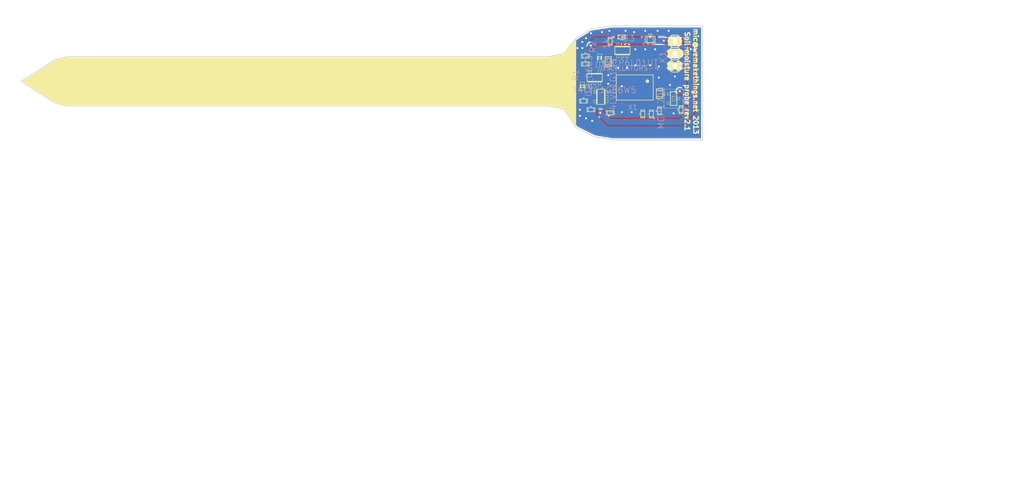
<source format=kicad_pcb>
(kicad_pcb (version 3) (host pcbnew "(2013-mar-13)-testing")

  (general
    (links 48)
    (no_connects 0)
    (area 60.631069 26.162 267.208001 184.658001)
    (thickness 1.6002)
    (drawings 27)
    (tracks 185)
    (zones 0)
    (modules 22)
    (nets 10)
  )

  (page A4)
  (layers
    (15 F.Cu signal)
    (0 B.Cu signal)
    (16 B.Adhes user hide)
    (17 F.Adhes user hide)
    (18 B.Paste user hide)
    (19 F.Paste user hide)
    (20 B.SilkS user hide)
    (21 F.SilkS user)
    (22 B.Mask user)
    (23 F.Mask user)
    (28 Edge.Cuts user)
  )

  (setup
    (last_trace_width 0.6096)
    (user_trace_width 0.6096)
    (trace_clearance 0.2286)
    (zone_clearance 0.254)
    (zone_45_only no)
    (trace_min 0.508)
    (segment_width 0.20066)
    (edge_width 0.14986)
    (via_size 1.524)
    (via_drill 0.635)
    (via_min_size 0.6096)
    (via_min_drill 0.4064)
    (user_via 1.524 0)
    (uvia_size 0.508)
    (uvia_drill 0.127)
    (uvias_allowed no)
    (uvia_min_size 0.508)
    (uvia_min_drill 0.127)
    (pcb_text_width 0.29972)
    (pcb_text_size 1.00076 1.00076)
    (mod_edge_width 0.14986)
    (mod_text_size 1.00076 1.00076)
    (mod_text_width 0.14986)
    (pad_size 1.524 3.048)
    (pad_drill 1.016)
    (pad_to_mask_clearance 0)
    (aux_axis_origin 0 0)
    (visible_elements FFFFFFAF)
    (pcbplotparams
      (layerselection 283148289)
      (usegerberextensions true)
      (excludeedgelayer true)
      (linewidth 0.150000)
      (plotframeref false)
      (viasonmask false)
      (mode 1)
      (useauxorigin true)
      (hpglpennumber 1)
      (hpglpenspeed 20)
      (hpglpendiameter 15)
      (hpglpenoverlay 2)
      (psnegative false)
      (psa4output false)
      (plotreference false)
      (plotvalue false)
      (plotothertext false)
      (plotinvisibletext false)
      (padsonsilk false)
      (subtractmaskfromsilk true)
      (outputformat 1)
      (mirror false)
      (drillshape 0)
      (scaleselection 1)
      (outputdirectory Probe2.1-gerbers/))
  )

  (net 0 "")
  (net 1 /3.3V)
  (net 2 /output)
  (net 3 /transmission_line)
  (net 4 GND)
  (net 5 N-000005)
  (net 6 N-000006)
  (net 7 N-000007)
  (net 8 N-000008)
  (net 9 VCC)

  (net_class Default "This is the default net class."
    (clearance 0.2286)
    (trace_width 0.6096)
    (via_dia 1.524)
    (via_drill 0.635)
    (uvia_dia 0.508)
    (uvia_drill 0.127)
    (add_net "")
    (add_net /output)
    (add_net N-000005)
    (add_net N-000006)
    (add_net N-000007)
    (add_net N-000008)
  )

  (net_class gnd ""
    (clearance 0.2286)
    (trace_width 0.6096)
    (via_dia 0.9144)
    (via_drill 0.4064)
    (uvia_dia 0.508)
    (uvia_drill 0.127)
    (add_net GND)
  )

  (net_class power ""
    (clearance 0.2286)
    (trace_width 1.27)
    (via_dia 1.27)
    (via_drill 0.4064)
    (uvia_dia 0.508)
    (uvia_drill 0.127)
    (add_net /3.3V)
    (add_net VCC)
  )

  (net_class transmission_line ""
    (clearance 0.2286)
    (trace_width 2.0066)
    (via_dia 1.524)
    (via_drill 0.635)
    (uvia_dia 0.508)
    (uvia_drill 0.127)
    (add_net /transmission_line)
  )

  (module pinhead-1-1X03 (layer F.Cu) (tedit 5176CF2E) (tstamp 510FADF8)
    (at 195.326 94.361 90)
    (descr "PIN HEADER - 2.54")
    (tags "PIN HEADER - 2.54")
    (path /510FAAF4)
    (attr virtual)
    (fp_text reference K1 (at -0.7112 -2.4638 90) (layer B.SilkS)
      (effects (font (size 1.27 1.27) (thickness 0.0889)))
    )
    (fp_text value CONN_3 (at 0 2.54 90) (layer B.SilkS)
      (effects (font (size 1.27 1.27) (thickness 0.0889)))
    )
    (fp_line (start -0.254 0.254) (end 0.254 0.254) (layer F.SilkS) (width 0.06604))
    (fp_line (start 0.254 0.254) (end 0.254 -0.254) (layer F.SilkS) (width 0.06604))
    (fp_line (start -0.254 -0.254) (end 0.254 -0.254) (layer F.SilkS) (width 0.06604))
    (fp_line (start -0.254 0.254) (end -0.254 -0.254) (layer F.SilkS) (width 0.06604))
    (fp_line (start -2.794 0.254) (end -2.286 0.254) (layer F.SilkS) (width 0.06604))
    (fp_line (start -2.286 0.254) (end -2.286 -0.254) (layer F.SilkS) (width 0.06604))
    (fp_line (start -2.794 -0.254) (end -2.286 -0.254) (layer F.SilkS) (width 0.06604))
    (fp_line (start -2.794 0.254) (end -2.794 -0.254) (layer F.SilkS) (width 0.06604))
    (fp_line (start 2.286 0.254) (end 2.794 0.254) (layer F.SilkS) (width 0.06604))
    (fp_line (start 2.794 0.254) (end 2.794 -0.254) (layer F.SilkS) (width 0.06604))
    (fp_line (start 2.286 -0.254) (end 2.794 -0.254) (layer F.SilkS) (width 0.06604))
    (fp_line (start 2.286 0.254) (end 2.286 -0.254) (layer F.SilkS) (width 0.06604))
    (fp_line (start -3.175 -1.27) (end -1.905 -1.27) (layer F.SilkS) (width 0.1524))
    (fp_line (start -1.905 -1.27) (end -1.27 -0.635) (layer F.SilkS) (width 0.1524))
    (fp_line (start -1.27 -0.635) (end -1.27 0.635) (layer F.SilkS) (width 0.1524))
    (fp_line (start -1.27 0.635) (end -1.905 1.27) (layer F.SilkS) (width 0.1524))
    (fp_line (start -1.27 -0.635) (end -0.635 -1.27) (layer F.SilkS) (width 0.1524))
    (fp_line (start -0.635 -1.27) (end 0.635 -1.27) (layer F.SilkS) (width 0.1524))
    (fp_line (start 0.635 -1.27) (end 1.27 -0.635) (layer F.SilkS) (width 0.1524))
    (fp_line (start 1.27 -0.635) (end 1.27 0.635) (layer F.SilkS) (width 0.1524))
    (fp_line (start 1.27 0.635) (end 0.635 1.27) (layer F.SilkS) (width 0.1524))
    (fp_line (start 0.635 1.27) (end -0.635 1.27) (layer F.SilkS) (width 0.1524))
    (fp_line (start -0.635 1.27) (end -1.27 0.635) (layer F.SilkS) (width 0.1524))
    (fp_line (start -3.81 -0.635) (end -3.81 0.635) (layer F.SilkS) (width 0.1524))
    (fp_line (start -3.175 -1.27) (end -3.81 -0.635) (layer F.SilkS) (width 0.1524))
    (fp_line (start -3.81 0.635) (end -3.175 1.27) (layer F.SilkS) (width 0.1524))
    (fp_line (start -1.905 1.27) (end -3.175 1.27) (layer F.SilkS) (width 0.1524))
    (fp_line (start 1.27 -0.635) (end 1.905 -1.27) (layer F.SilkS) (width 0.1524))
    (fp_line (start 1.905 -1.27) (end 3.175 -1.27) (layer F.SilkS) (width 0.1524))
    (fp_line (start 3.175 -1.27) (end 3.81 -0.635) (layer F.SilkS) (width 0.1524))
    (fp_line (start 3.81 -0.635) (end 3.81 0.635) (layer F.SilkS) (width 0.1524))
    (fp_line (start 3.81 0.635) (end 3.175 1.27) (layer F.SilkS) (width 0.1524))
    (fp_line (start 3.175 1.27) (end 1.905 1.27) (layer F.SilkS) (width 0.1524))
    (fp_line (start 1.905 1.27) (end 1.27 0.635) (layer F.SilkS) (width 0.1524))
    (pad 1 thru_hole oval (at -2.54 0 90) (size 1.524 3.048) (drill 1.016)
      (layers *.Cu *.Mask F.Paste F.SilkS)
      (net 4 GND)
    )
    (pad 2 thru_hole oval (at 0 0 90) (size 1.524 3.048) (drill 1.016)
      (layers *.Cu *.Mask F.Paste F.SilkS)
      (net 2 /output)
    )
    (pad 3 thru_hole oval (at 2.54 0 90) (size 1.524 3.048) (drill 1.016)
      (layers *.Cu *.Mask F.Paste F.SilkS)
      (net 9 VCC)
    )
  )

  (module m-pad-2.1-CB3_CB3LV (layer F.Cu) (tedit 200000) (tstamp 510F91F0)
    (at 187.071 101.346 180)
    (descr "CTS'S CB3 & CB3LV CMOS/TTL CLOCK OSCILLATOR")
    (tags "CTS'S CB3 & CB3LV CMOS/TTL CLOCK OSCILLATOR")
    (path /510F88B2)
    (attr smd)
    (fp_text reference X1 (at 0.43942 -4.10718 180) (layer B.SilkS)
      (effects (font (size 1.016 1.016) (thickness 0.0889)))
    )
    (fp_text value OSCILLATORS-4 (at 1.04648 3.99034 180) (layer B.SilkS)
      (effects (font (size 1.016 1.016) (thickness 0.0889)))
    )
    (fp_line (start -3.79984 -2.59842) (end 3.79984 -2.59842) (layer F.SilkS) (width 0.127))
    (fp_line (start 3.79984 -2.59842) (end 3.79984 2.59842) (layer F.SilkS) (width 0.127))
    (fp_line (start 3.79984 2.59842) (end -3.79984 2.59842) (layer F.SilkS) (width 0.127))
    (fp_line (start -3.79984 2.59842) (end -3.79984 -2.59842) (layer F.SilkS) (width 0.127))
    (fp_circle (center -2.59842 1.29794) (end -2.74828 1.4478) (layer F.SilkS) (width 0.3048))
    (pad 1 smd rect (at -2.49936 2.09804 180) (size 1.79832 1.99898)
      (layers F.Cu F.Paste F.Mask)
      (net 1 /3.3V)
    )
    (pad 2 smd rect (at 2.49936 2.09804 180) (size 1.79832 1.99898)
      (layers F.Cu F.Paste F.Mask)
      (net 4 GND)
    )
    (pad 3 smd rect (at 2.49936 -2.09804 180) (size 1.79832 1.99898)
      (layers F.Cu F.Paste F.Mask)
      (net 6 N-000006)
    )
    (pad 4 smd rect (at -2.49936 -2.09804 180) (size 1.79832 1.99898)
      (layers F.Cu F.Paste F.Mask)
      (net 1 /3.3V)
    )
  )

  (module m-pad-2.1-SOT23-5 (layer F.Cu) (tedit 200000) (tstamp 510F9A28)
    (at 178.816 99.314)
    (descr "MC74VHC1GT125 HTTP://ONSEMI.COM")
    (tags "MC74VHC1GT125 HTTP://ONSEMI.COM")
    (path /510FA01D)
    (attr smd)
    (fp_text reference U1 (at 1.27 -2.54) (layer B.SilkS)
      (effects (font (size 1.27 1.27) (thickness 0.0889)))
    )
    (fp_text value 74LVC1G86W5 (at 1.905 2.54) (layer B.SilkS)
      (effects (font (size 1.27 1.27) (thickness 0.0889)))
    )
    (fp_line (start -1.19888 1.4986) (end -0.6985 1.4986) (layer F.SilkS) (width 0.06604))
    (fp_line (start -0.6985 1.4986) (end -0.6985 0.84836) (layer F.SilkS) (width 0.06604))
    (fp_line (start -1.19888 0.84836) (end -0.6985 0.84836) (layer F.SilkS) (width 0.06604))
    (fp_line (start -1.19888 1.4986) (end -1.19888 0.84836) (layer F.SilkS) (width 0.06604))
    (fp_line (start -0.24892 1.4986) (end 0.24892 1.4986) (layer F.SilkS) (width 0.06604))
    (fp_line (start 0.24892 1.4986) (end 0.24892 0.84836) (layer F.SilkS) (width 0.06604))
    (fp_line (start -0.24892 0.84836) (end 0.24892 0.84836) (layer F.SilkS) (width 0.06604))
    (fp_line (start -0.24892 1.4986) (end -0.24892 0.84836) (layer F.SilkS) (width 0.06604))
    (fp_line (start 0.6985 1.4986) (end 1.19888 1.4986) (layer F.SilkS) (width 0.06604))
    (fp_line (start 1.19888 1.4986) (end 1.19888 0.84836) (layer F.SilkS) (width 0.06604))
    (fp_line (start 0.6985 0.84836) (end 1.19888 0.84836) (layer F.SilkS) (width 0.06604))
    (fp_line (start 0.6985 1.4986) (end 0.6985 0.84836) (layer F.SilkS) (width 0.06604))
    (fp_line (start 0.6985 -0.84836) (end 1.19888 -0.84836) (layer F.SilkS) (width 0.06604))
    (fp_line (start 1.19888 -0.84836) (end 1.19888 -1.4986) (layer F.SilkS) (width 0.06604))
    (fp_line (start 0.6985 -1.4986) (end 1.19888 -1.4986) (layer F.SilkS) (width 0.06604))
    (fp_line (start 0.6985 -0.84836) (end 0.6985 -1.4986) (layer F.SilkS) (width 0.06604))
    (fp_line (start -1.19888 -0.84836) (end -0.6985 -0.84836) (layer F.SilkS) (width 0.06604))
    (fp_line (start -0.6985 -0.84836) (end -0.6985 -1.4986) (layer F.SilkS) (width 0.06604))
    (fp_line (start -1.19888 -1.4986) (end -0.6985 -1.4986) (layer F.SilkS) (width 0.06604))
    (fp_line (start -1.19888 -0.84836) (end -1.19888 -1.4986) (layer F.SilkS) (width 0.06604))
    (fp_line (start 1.56972 -0.80772) (end 1.56972 0.80772) (layer F.SilkS) (width 0.127))
    (fp_line (start 1.41986 0.80772) (end -1.41986 0.80772) (layer F.SilkS) (width 0.254))
    (fp_line (start -1.56972 0.80772) (end -1.56972 -0.80772) (layer F.SilkS) (width 0.127))
    (fp_line (start -1.41986 -0.80772) (end -0.42164 -0.80772) (layer F.SilkS) (width 0.254))
    (fp_line (start -0.42164 -0.80772) (end 0.42164 -0.80772) (layer F.SilkS) (width 0.254))
    (fp_line (start 0.42164 -0.80772) (end 1.41986 -0.80772) (layer F.SilkS) (width 0.254))
    (fp_line (start -1.5494 -0.79756) (end -1.39954 -0.79756) (layer F.SilkS) (width 0.127))
    (fp_line (start -1.5494 0.79756) (end -1.39954 0.79756) (layer F.SilkS) (width 0.127))
    (fp_line (start 1.59766 0.79756) (end 1.39954 0.79756) (layer F.SilkS) (width 0.127))
    (fp_line (start 1.5494 -0.79756) (end 1.39954 -0.79756) (layer F.SilkS) (width 0.127))
    (pad 1 smd rect (at -0.94996 1.19888) (size 0.6985 0.99822)
      (layers F.Cu F.Paste F.Mask)
      (net 3 /transmission_line)
    )
    (pad 2 smd rect (at 0 1.19888) (size 0.6985 0.99822)
      (layers F.Cu F.Paste F.Mask)
      (net 5 N-000005)
    )
    (pad 3 smd rect (at 0.94996 1.19888) (size 0.6985 0.99822)
      (layers F.Cu F.Paste F.Mask)
      (net 4 GND)
    )
    (pad 4 smd rect (at 0.94996 -1.19888) (size 0.6985 0.99822)
      (layers F.Cu F.Paste F.Mask)
      (net 7 N-000007)
    )
    (pad 5 smd rect (at -0.94996 -1.19888) (size 0.6985 0.99822)
      (layers F.Cu F.Paste F.Mask)
      (net 9 VCC)
    )
    (model smd/integrated_circuits/SOT23_5/SOT23_5.wrl
      (at (xyz 0 0 0))
      (scale (xyz 0.4 0.4 0.4))
      (rotate (xyz -90 0 0))
    )
  )

  (module m-pad-2.1-0603 (layer F.Cu) (tedit 200000) (tstamp 5145F83F)
    (at 176.276 101.092 90)
    (path /510F9355)
    (attr smd)
    (fp_text reference R1 (at 2.286 -1.397 90) (layer B.SilkS)
      (effects (font (size 1.27 1.27) (thickness 0.0889)))
    )
    (fp_text value R_0603 (at 2.921 1.397 90) (layer B.SilkS)
      (effects (font (size 1.27 1.27) (thickness 0.0889)))
    )
    (fp_line (start -0.83566 0.4699) (end -0.33528 0.4699) (layer F.SilkS) (width 0.06604))
    (fp_line (start -0.33528 0.4699) (end -0.33528 -0.48006) (layer F.SilkS) (width 0.06604))
    (fp_line (start -0.83566 -0.48006) (end -0.33528 -0.48006) (layer F.SilkS) (width 0.06604))
    (fp_line (start -0.83566 0.4699) (end -0.83566 -0.48006) (layer F.SilkS) (width 0.06604))
    (fp_line (start 0.32766 0.4699) (end 0.82804 0.4699) (layer F.SilkS) (width 0.06604))
    (fp_line (start 0.82804 0.4699) (end 0.82804 -0.48006) (layer F.SilkS) (width 0.06604))
    (fp_line (start 0.32766 -0.48006) (end 0.82804 -0.48006) (layer F.SilkS) (width 0.06604))
    (fp_line (start 0.32766 0.4699) (end 0.32766 -0.48006) (layer F.SilkS) (width 0.06604))
    (fp_line (start -0.19812 0.29972) (end 0.19812 0.29972) (layer F.SilkS) (width 0.06604))
    (fp_line (start 0.19812 0.29972) (end 0.19812 -0.29972) (layer F.SilkS) (width 0.06604))
    (fp_line (start -0.19812 -0.29972) (end 0.19812 -0.29972) (layer F.SilkS) (width 0.06604))
    (fp_line (start -0.19812 0.29972) (end -0.19812 -0.29972) (layer F.SilkS) (width 0.06604))
    (fp_line (start -0.3556 -0.4318) (end 0.3556 -0.4318) (layer F.SilkS) (width 0.1016))
    (fp_line (start -0.3556 0.41656) (end 0.3556 0.41656) (layer F.SilkS) (width 0.1016))
    (fp_line (start -0.2032 -0.3556) (end 0.2032 -0.3556) (layer F.SilkS) (width 0.254))
    (fp_line (start -0.2032 0.3556) (end 0.2032 0.3556) (layer F.SilkS) (width 0.254))
    (pad 1 smd rect (at -0.84836 0 90) (size 0.99822 0.99822)
      (layers F.Cu F.Paste F.Mask)
      (net 5 N-000005)
    )
    (pad 2 smd rect (at 0.84836 0 90) (size 0.99822 0.99822)
      (layers F.Cu F.Paste F.Mask)
      (net 3 /transmission_line)
    )
  )

  (module m-pad-2.1-0603 (layer F.Cu) (tedit 200000) (tstamp 510FB6E9)
    (at 179.832 95.25 90)
    (path /510F9396)
    (attr smd)
    (fp_text reference R2 (at 2.286 -1.397 90) (layer B.SilkS)
      (effects (font (size 1.27 1.27) (thickness 0.0889)))
    )
    (fp_text value 1k (at 2.921 1.397 90) (layer B.SilkS)
      (effects (font (size 1.27 1.27) (thickness 0.0889)))
    )
    (fp_line (start -0.83566 0.4699) (end -0.33528 0.4699) (layer F.SilkS) (width 0.06604))
    (fp_line (start -0.33528 0.4699) (end -0.33528 -0.48006) (layer F.SilkS) (width 0.06604))
    (fp_line (start -0.83566 -0.48006) (end -0.33528 -0.48006) (layer F.SilkS) (width 0.06604))
    (fp_line (start -0.83566 0.4699) (end -0.83566 -0.48006) (layer F.SilkS) (width 0.06604))
    (fp_line (start 0.32766 0.4699) (end 0.82804 0.4699) (layer F.SilkS) (width 0.06604))
    (fp_line (start 0.82804 0.4699) (end 0.82804 -0.48006) (layer F.SilkS) (width 0.06604))
    (fp_line (start 0.32766 -0.48006) (end 0.82804 -0.48006) (layer F.SilkS) (width 0.06604))
    (fp_line (start 0.32766 0.4699) (end 0.32766 -0.48006) (layer F.SilkS) (width 0.06604))
    (fp_line (start -0.19812 0.29972) (end 0.19812 0.29972) (layer F.SilkS) (width 0.06604))
    (fp_line (start 0.19812 0.29972) (end 0.19812 -0.29972) (layer F.SilkS) (width 0.06604))
    (fp_line (start -0.19812 -0.29972) (end 0.19812 -0.29972) (layer F.SilkS) (width 0.06604))
    (fp_line (start -0.19812 0.29972) (end -0.19812 -0.29972) (layer F.SilkS) (width 0.06604))
    (fp_line (start -0.3556 -0.4318) (end 0.3556 -0.4318) (layer F.SilkS) (width 0.1016))
    (fp_line (start -0.3556 0.41656) (end 0.3556 0.41656) (layer F.SilkS) (width 0.1016))
    (fp_line (start -0.2032 -0.3556) (end 0.2032 -0.3556) (layer F.SilkS) (width 0.254))
    (fp_line (start -0.2032 0.3556) (end 0.2032 0.3556) (layer F.SilkS) (width 0.254))
    (pad 1 smd rect (at -0.84836 0 90) (size 0.99822 0.99822)
      (layers F.Cu F.Paste F.Mask)
      (net 7 N-000007)
    )
    (pad 2 smd rect (at 0.84836 0 90) (size 0.99822 0.99822)
      (layers F.Cu F.Paste F.Mask)
      (net 8 N-000008)
    )
  )

  (module m-pad-2.1-SOT23-5 (layer F.Cu) (tedit 200000) (tstamp 5110DACA)
    (at 180.086 103.251 90)
    (descr "MC74VHC1GT125 HTTP://ONSEMI.COM")
    (tags "MC74VHC1GT125 HTTP://ONSEMI.COM")
    (path /5110D3EA)
    (attr smd)
    (fp_text reference U2 (at 1.27 -2.54 90) (layer B.SilkS)
      (effects (font (size 1.27 1.27) (thickness 0.0889)))
    )
    (fp_text value 74LVC1G125 (at 1.905 2.54 90) (layer B.SilkS)
      (effects (font (size 1.27 1.27) (thickness 0.0889)))
    )
    (fp_line (start -1.19888 1.4986) (end -0.6985 1.4986) (layer F.SilkS) (width 0.06604))
    (fp_line (start -0.6985 1.4986) (end -0.6985 0.84836) (layer F.SilkS) (width 0.06604))
    (fp_line (start -1.19888 0.84836) (end -0.6985 0.84836) (layer F.SilkS) (width 0.06604))
    (fp_line (start -1.19888 1.4986) (end -1.19888 0.84836) (layer F.SilkS) (width 0.06604))
    (fp_line (start -0.24892 1.4986) (end 0.24892 1.4986) (layer F.SilkS) (width 0.06604))
    (fp_line (start 0.24892 1.4986) (end 0.24892 0.84836) (layer F.SilkS) (width 0.06604))
    (fp_line (start -0.24892 0.84836) (end 0.24892 0.84836) (layer F.SilkS) (width 0.06604))
    (fp_line (start -0.24892 1.4986) (end -0.24892 0.84836) (layer F.SilkS) (width 0.06604))
    (fp_line (start 0.6985 1.4986) (end 1.19888 1.4986) (layer F.SilkS) (width 0.06604))
    (fp_line (start 1.19888 1.4986) (end 1.19888 0.84836) (layer F.SilkS) (width 0.06604))
    (fp_line (start 0.6985 0.84836) (end 1.19888 0.84836) (layer F.SilkS) (width 0.06604))
    (fp_line (start 0.6985 1.4986) (end 0.6985 0.84836) (layer F.SilkS) (width 0.06604))
    (fp_line (start 0.6985 -0.84836) (end 1.19888 -0.84836) (layer F.SilkS) (width 0.06604))
    (fp_line (start 1.19888 -0.84836) (end 1.19888 -1.4986) (layer F.SilkS) (width 0.06604))
    (fp_line (start 0.6985 -1.4986) (end 1.19888 -1.4986) (layer F.SilkS) (width 0.06604))
    (fp_line (start 0.6985 -0.84836) (end 0.6985 -1.4986) (layer F.SilkS) (width 0.06604))
    (fp_line (start -1.19888 -0.84836) (end -0.6985 -0.84836) (layer F.SilkS) (width 0.06604))
    (fp_line (start -0.6985 -0.84836) (end -0.6985 -1.4986) (layer F.SilkS) (width 0.06604))
    (fp_line (start -1.19888 -1.4986) (end -0.6985 -1.4986) (layer F.SilkS) (width 0.06604))
    (fp_line (start -1.19888 -0.84836) (end -1.19888 -1.4986) (layer F.SilkS) (width 0.06604))
    (fp_line (start 1.56972 -0.80772) (end 1.56972 0.80772) (layer F.SilkS) (width 0.127))
    (fp_line (start 1.41986 0.80772) (end -1.41986 0.80772) (layer F.SilkS) (width 0.254))
    (fp_line (start -1.56972 0.80772) (end -1.56972 -0.80772) (layer F.SilkS) (width 0.127))
    (fp_line (start -1.41986 -0.80772) (end -0.42164 -0.80772) (layer F.SilkS) (width 0.254))
    (fp_line (start -0.42164 -0.80772) (end 0.42164 -0.80772) (layer F.SilkS) (width 0.254))
    (fp_line (start 0.42164 -0.80772) (end 1.41986 -0.80772) (layer F.SilkS) (width 0.254))
    (fp_line (start -1.5494 -0.79756) (end -1.39954 -0.79756) (layer F.SilkS) (width 0.127))
    (fp_line (start -1.5494 0.79756) (end -1.39954 0.79756) (layer F.SilkS) (width 0.127))
    (fp_line (start 1.59766 0.79756) (end 1.39954 0.79756) (layer F.SilkS) (width 0.127))
    (fp_line (start 1.5494 -0.79756) (end 1.39954 -0.79756) (layer F.SilkS) (width 0.127))
    (pad 1 smd rect (at -0.94996 1.19888 90) (size 0.6985 0.99822)
      (layers F.Cu F.Paste F.Mask)
      (net 4 GND)
    )
    (pad 2 smd rect (at 0 1.19888 90) (size 0.6985 0.99822)
      (layers F.Cu F.Paste F.Mask)
      (net 6 N-000006)
    )
    (pad 3 smd rect (at 0.94996 1.19888 90) (size 0.6985 0.99822)
      (layers F.Cu F.Paste F.Mask)
      (net 4 GND)
    )
    (pad 4 smd rect (at 0.94996 -1.19888 90) (size 0.6985 0.99822)
      (layers F.Cu F.Paste F.Mask)
      (net 5 N-000005)
    )
    (pad 5 smd rect (at -0.94996 -1.19888 90) (size 0.6985 0.99822)
      (layers F.Cu F.Paste F.Mask)
      (net 9 VCC)
    )
    (model smd/integrated_circuits/SOT23_5/SOT23_5.wrl
      (at (xyz 0 0 0))
      (scale (xyz 0.4 0.4 0.4))
      (rotate (xyz -90 0 0))
    )
  )

  (module m-pad-2.1-SOT23-5 (layer F.Cu) (tedit 200000) (tstamp 5110DAF1)
    (at 184.531 93.726)
    (descr "MC74VHC1GT125 HTTP://ONSEMI.COM")
    (tags "MC74VHC1GT125 HTTP://ONSEMI.COM")
    (path /5110D98A)
    (attr smd)
    (fp_text reference U3 (at 1.27 -2.54) (layer B.SilkS)
      (effects (font (size 1.27 1.27) (thickness 0.0889)))
    )
    (fp_text value MCP6L01UT (at 1.905 2.54) (layer B.SilkS)
      (effects (font (size 1.27 1.27) (thickness 0.0889)))
    )
    (fp_line (start -1.19888 1.4986) (end -0.6985 1.4986) (layer F.SilkS) (width 0.06604))
    (fp_line (start -0.6985 1.4986) (end -0.6985 0.84836) (layer F.SilkS) (width 0.06604))
    (fp_line (start -1.19888 0.84836) (end -0.6985 0.84836) (layer F.SilkS) (width 0.06604))
    (fp_line (start -1.19888 1.4986) (end -1.19888 0.84836) (layer F.SilkS) (width 0.06604))
    (fp_line (start -0.24892 1.4986) (end 0.24892 1.4986) (layer F.SilkS) (width 0.06604))
    (fp_line (start 0.24892 1.4986) (end 0.24892 0.84836) (layer F.SilkS) (width 0.06604))
    (fp_line (start -0.24892 0.84836) (end 0.24892 0.84836) (layer F.SilkS) (width 0.06604))
    (fp_line (start -0.24892 1.4986) (end -0.24892 0.84836) (layer F.SilkS) (width 0.06604))
    (fp_line (start 0.6985 1.4986) (end 1.19888 1.4986) (layer F.SilkS) (width 0.06604))
    (fp_line (start 1.19888 1.4986) (end 1.19888 0.84836) (layer F.SilkS) (width 0.06604))
    (fp_line (start 0.6985 0.84836) (end 1.19888 0.84836) (layer F.SilkS) (width 0.06604))
    (fp_line (start 0.6985 1.4986) (end 0.6985 0.84836) (layer F.SilkS) (width 0.06604))
    (fp_line (start 0.6985 -0.84836) (end 1.19888 -0.84836) (layer F.SilkS) (width 0.06604))
    (fp_line (start 1.19888 -0.84836) (end 1.19888 -1.4986) (layer F.SilkS) (width 0.06604))
    (fp_line (start 0.6985 -1.4986) (end 1.19888 -1.4986) (layer F.SilkS) (width 0.06604))
    (fp_line (start 0.6985 -0.84836) (end 0.6985 -1.4986) (layer F.SilkS) (width 0.06604))
    (fp_line (start -1.19888 -0.84836) (end -0.6985 -0.84836) (layer F.SilkS) (width 0.06604))
    (fp_line (start -0.6985 -0.84836) (end -0.6985 -1.4986) (layer F.SilkS) (width 0.06604))
    (fp_line (start -1.19888 -1.4986) (end -0.6985 -1.4986) (layer F.SilkS) (width 0.06604))
    (fp_line (start -1.19888 -0.84836) (end -1.19888 -1.4986) (layer F.SilkS) (width 0.06604))
    (fp_line (start 1.56972 -0.80772) (end 1.56972 0.80772) (layer F.SilkS) (width 0.127))
    (fp_line (start 1.41986 0.80772) (end -1.41986 0.80772) (layer F.SilkS) (width 0.254))
    (fp_line (start -1.56972 0.80772) (end -1.56972 -0.80772) (layer F.SilkS) (width 0.127))
    (fp_line (start -1.41986 -0.80772) (end -0.42164 -0.80772) (layer F.SilkS) (width 0.254))
    (fp_line (start -0.42164 -0.80772) (end 0.42164 -0.80772) (layer F.SilkS) (width 0.254))
    (fp_line (start 0.42164 -0.80772) (end 1.41986 -0.80772) (layer F.SilkS) (width 0.254))
    (fp_line (start -1.5494 -0.79756) (end -1.39954 -0.79756) (layer F.SilkS) (width 0.127))
    (fp_line (start -1.5494 0.79756) (end -1.39954 0.79756) (layer F.SilkS) (width 0.127))
    (fp_line (start 1.59766 0.79756) (end 1.39954 0.79756) (layer F.SilkS) (width 0.127))
    (fp_line (start 1.5494 -0.79756) (end 1.39954 -0.79756) (layer F.SilkS) (width 0.127))
    (pad 1 smd rect (at -0.94996 1.19888) (size 0.6985 0.99822)
      (layers F.Cu F.Paste F.Mask)
      (net 8 N-000008)
    )
    (pad 2 smd rect (at 0 1.19888) (size 0.6985 0.99822)
      (layers F.Cu F.Paste F.Mask)
      (net 4 GND)
    )
    (pad 3 smd rect (at 0.94996 1.19888) (size 0.6985 0.99822)
      (layers F.Cu F.Paste F.Mask)
      (net 2 /output)
    )
    (pad 4 smd rect (at 0.94996 -1.19888) (size 0.6985 0.99822)
      (layers F.Cu F.Paste F.Mask)
      (net 2 /output)
    )
    (pad 5 smd rect (at -0.94996 -1.19888) (size 0.6985 0.99822)
      (layers F.Cu F.Paste F.Mask)
      (net 9 VCC)
    )
    (model smd/integrated_circuits/SOT23_5/SOT23_5.wrl
      (at (xyz 0 0 0))
      (scale (xyz 0.4 0.4 0.4))
      (rotate (xyz -90 0 0))
    )
  )

  (module c_0603 (layer F.Cu) (tedit 490472AA) (tstamp 51118325)
    (at 176.911 96.52)
    (descr "SMT capacitor, 0603")
    (path /510FC33C)
    (fp_text reference C3 (at 0 -0.635) (layer F.SilkS)
      (effects (font (size 0.20066 0.20066) (thickness 0.04064)))
    )
    (fp_text value C_0603 (at 0 0.635) (layer F.SilkS) hide
      (effects (font (size 0.20066 0.20066) (thickness 0.04064)))
    )
    (fp_line (start 0.5588 0.4064) (end 0.5588 -0.4064) (layer F.SilkS) (width 0.127))
    (fp_line (start -0.5588 -0.381) (end -0.5588 0.4064) (layer F.SilkS) (width 0.127))
    (fp_line (start -0.8128 -0.4064) (end 0.8128 -0.4064) (layer F.SilkS) (width 0.127))
    (fp_line (start 0.8128 -0.4064) (end 0.8128 0.4064) (layer F.SilkS) (width 0.127))
    (fp_line (start 0.8128 0.4064) (end -0.8128 0.4064) (layer F.SilkS) (width 0.127))
    (fp_line (start -0.8128 0.4064) (end -0.8128 -0.4064) (layer F.SilkS) (width 0.127))
    (pad 1 smd rect (at 0.75184 0) (size 0.89916 1.00076)
      (layers F.Cu F.Paste F.Mask)
      (net 9 VCC)
    )
    (pad 2 smd rect (at -0.75184 0) (size 0.89916 1.00076)
      (layers F.Cu F.Paste F.Mask)
      (net 4 GND)
    )
    (model smd/capacitors/c_0603.wrl
      (at (xyz 0 0 0))
      (scale (xyz 1 1 1))
      (rotate (xyz 0 0 0))
    )
  )

  (module c_0603 (layer F.Cu) (tedit 490472AA) (tstamp 5111833B)
    (at 188.722 106.807 90)
    (descr "SMT capacitor, 0603")
    (path /510FC38E)
    (fp_text reference C2 (at 0 -0.635 90) (layer F.SilkS)
      (effects (font (size 0.20066 0.20066) (thickness 0.04064)))
    )
    (fp_text value C_0603 (at 0 0.635 90) (layer F.SilkS) hide
      (effects (font (size 0.20066 0.20066) (thickness 0.04064)))
    )
    (fp_line (start 0.5588 0.4064) (end 0.5588 -0.4064) (layer F.SilkS) (width 0.127))
    (fp_line (start -0.5588 -0.381) (end -0.5588 0.4064) (layer F.SilkS) (width 0.127))
    (fp_line (start -0.8128 -0.4064) (end 0.8128 -0.4064) (layer F.SilkS) (width 0.127))
    (fp_line (start 0.8128 -0.4064) (end 0.8128 0.4064) (layer F.SilkS) (width 0.127))
    (fp_line (start 0.8128 0.4064) (end -0.8128 0.4064) (layer F.SilkS) (width 0.127))
    (fp_line (start -0.8128 0.4064) (end -0.8128 -0.4064) (layer F.SilkS) (width 0.127))
    (pad 1 smd rect (at 0.75184 0 90) (size 0.89916 1.00076)
      (layers F.Cu F.Paste F.Mask)
      (net 1 /3.3V)
    )
    (pad 2 smd rect (at -0.75184 0 90) (size 0.89916 1.00076)
      (layers F.Cu F.Paste F.Mask)
      (net 4 GND)
    )
    (model smd/capacitors/c_0603.wrl
      (at (xyz 0 0 0))
      (scale (xyz 1 1 1))
      (rotate (xyz 0 0 0))
    )
  )

  (module c_0603 (layer F.Cu) (tedit 490472AA) (tstamp 5110E056)
    (at 181.991 106.553 180)
    (descr "SMT capacitor, 0603")
    (path /5110DFCA)
    (fp_text reference C5 (at 0 -0.635 180) (layer F.SilkS)
      (effects (font (size 0.20066 0.20066) (thickness 0.04064)))
    )
    (fp_text value C_0603 (at 0 0.635 180) (layer F.SilkS) hide
      (effects (font (size 0.20066 0.20066) (thickness 0.04064)))
    )
    (fp_line (start 0.5588 0.4064) (end 0.5588 -0.4064) (layer F.SilkS) (width 0.127))
    (fp_line (start -0.5588 -0.381) (end -0.5588 0.4064) (layer F.SilkS) (width 0.127))
    (fp_line (start -0.8128 -0.4064) (end 0.8128 -0.4064) (layer F.SilkS) (width 0.127))
    (fp_line (start 0.8128 -0.4064) (end 0.8128 0.4064) (layer F.SilkS) (width 0.127))
    (fp_line (start 0.8128 0.4064) (end -0.8128 0.4064) (layer F.SilkS) (width 0.127))
    (fp_line (start -0.8128 0.4064) (end -0.8128 -0.4064) (layer F.SilkS) (width 0.127))
    (pad 1 smd rect (at 0.75184 0 180) (size 0.89916 1.00076)
      (layers F.Cu F.Paste F.Mask)
      (net 9 VCC)
    )
    (pad 2 smd rect (at -0.75184 0 180) (size 0.89916 1.00076)
      (layers F.Cu F.Paste F.Mask)
      (net 4 GND)
    )
    (model smd/capacitors/c_0603.wrl
      (at (xyz 0 0 0))
      (scale (xyz 1 1 1))
      (rotate (xyz 0 0 0))
    )
  )

  (module c_0603 (layer F.Cu) (tedit 490472AA) (tstamp 5110E06C)
    (at 181.991 91.821 270)
    (descr "SMT capacitor, 0603")
    (path /5110DFD4)
    (fp_text reference C4 (at 0 -0.635 270) (layer F.SilkS)
      (effects (font (size 0.20066 0.20066) (thickness 0.04064)))
    )
    (fp_text value C_0603 (at 0 0.635 270) (layer F.SilkS) hide
      (effects (font (size 0.20066 0.20066) (thickness 0.04064)))
    )
    (fp_line (start 0.5588 0.4064) (end 0.5588 -0.4064) (layer F.SilkS) (width 0.127))
    (fp_line (start -0.5588 -0.381) (end -0.5588 0.4064) (layer F.SilkS) (width 0.127))
    (fp_line (start -0.8128 -0.4064) (end 0.8128 -0.4064) (layer F.SilkS) (width 0.127))
    (fp_line (start 0.8128 -0.4064) (end 0.8128 0.4064) (layer F.SilkS) (width 0.127))
    (fp_line (start 0.8128 0.4064) (end -0.8128 0.4064) (layer F.SilkS) (width 0.127))
    (fp_line (start -0.8128 0.4064) (end -0.8128 -0.4064) (layer F.SilkS) (width 0.127))
    (pad 1 smd rect (at 0.75184 0 270) (size 0.89916 1.00076)
      (layers F.Cu F.Paste F.Mask)
      (net 9 VCC)
    )
    (pad 2 smd rect (at -0.75184 0 270) (size 0.89916 1.00076)
      (layers F.Cu F.Paste F.Mask)
      (net 4 GND)
    )
    (model smd/capacitors/c_0603.wrl
      (at (xyz 0 0 0))
      (scale (xyz 1 1 1))
      (rotate (xyz 0 0 0))
    )
  )

  (module c_0603 (layer F.Cu) (tedit 490472AA) (tstamp 51114B26)
    (at 190.5 106.807 90)
    (descr "SMT capacitor, 0603")
    (path /51114A50)
    (fp_text reference C7 (at 0 -0.635 90) (layer F.SilkS)
      (effects (font (size 0.20066 0.20066) (thickness 0.04064)))
    )
    (fp_text value C_0603 (at 0 0.635 90) (layer F.SilkS) hide
      (effects (font (size 0.20066 0.20066) (thickness 0.04064)))
    )
    (fp_line (start 0.5588 0.4064) (end 0.5588 -0.4064) (layer F.SilkS) (width 0.127))
    (fp_line (start -0.5588 -0.381) (end -0.5588 0.4064) (layer F.SilkS) (width 0.127))
    (fp_line (start -0.8128 -0.4064) (end 0.8128 -0.4064) (layer F.SilkS) (width 0.127))
    (fp_line (start 0.8128 -0.4064) (end 0.8128 0.4064) (layer F.SilkS) (width 0.127))
    (fp_line (start 0.8128 0.4064) (end -0.8128 0.4064) (layer F.SilkS) (width 0.127))
    (fp_line (start -0.8128 0.4064) (end -0.8128 -0.4064) (layer F.SilkS) (width 0.127))
    (pad 1 smd rect (at 0.75184 0 90) (size 0.89916 1.00076)
      (layers F.Cu F.Paste F.Mask)
      (net 1 /3.3V)
    )
    (pad 2 smd rect (at -0.75184 0 90) (size 0.89916 1.00076)
      (layers F.Cu F.Paste F.Mask)
      (net 4 GND)
    )
    (model smd/capacitors/c_0603.wrl
      (at (xyz 0 0 0))
      (scale (xyz 1 1 1))
      (rotate (xyz 0 0 0))
    )
  )

  (module c_0603 (layer F.Cu) (tedit 490472AA) (tstamp 51114B3C)
    (at 192.151 106.172 90)
    (descr "SMT capacitor, 0603")
    (path /51114A70)
    (fp_text reference C6 (at 0 -0.635 90) (layer F.SilkS)
      (effects (font (size 0.20066 0.20066) (thickness 0.04064)))
    )
    (fp_text value C_0603 (at 0 0.635 90) (layer F.SilkS) hide
      (effects (font (size 0.20066 0.20066) (thickness 0.04064)))
    )
    (fp_line (start 0.5588 0.4064) (end 0.5588 -0.4064) (layer F.SilkS) (width 0.127))
    (fp_line (start -0.5588 -0.381) (end -0.5588 0.4064) (layer F.SilkS) (width 0.127))
    (fp_line (start -0.8128 -0.4064) (end 0.8128 -0.4064) (layer F.SilkS) (width 0.127))
    (fp_line (start 0.8128 -0.4064) (end 0.8128 0.4064) (layer F.SilkS) (width 0.127))
    (fp_line (start 0.8128 0.4064) (end -0.8128 0.4064) (layer F.SilkS) (width 0.127))
    (fp_line (start -0.8128 0.4064) (end -0.8128 -0.4064) (layer F.SilkS) (width 0.127))
    (pad 1 smd rect (at 0.75184 0 90) (size 0.89916 1.00076)
      (layers F.Cu F.Paste F.Mask)
      (net 1 /3.3V)
    )
    (pad 2 smd rect (at -0.75184 0 90) (size 0.89916 1.00076)
      (layers F.Cu F.Paste F.Mask)
      (net 4 GND)
    )
    (model smd/capacitors/c_0603.wrl
      (at (xyz 0 0 0))
      (scale (xyz 1 1 1))
      (rotate (xyz 0 0 0))
    )
  )

  (module c_0603 (layer F.Cu) (tedit 490472AA) (tstamp 51114B52)
    (at 176.53 104.14)
    (descr "SMT capacitor, 0603")
    (path /51114A9A)
    (fp_text reference C8 (at 0 -0.635) (layer F.SilkS)
      (effects (font (size 0.20066 0.20066) (thickness 0.04064)))
    )
    (fp_text value C_0603 (at 0 0.635) (layer F.SilkS) hide
      (effects (font (size 0.20066 0.20066) (thickness 0.04064)))
    )
    (fp_line (start 0.5588 0.4064) (end 0.5588 -0.4064) (layer F.SilkS) (width 0.127))
    (fp_line (start -0.5588 -0.381) (end -0.5588 0.4064) (layer F.SilkS) (width 0.127))
    (fp_line (start -0.8128 -0.4064) (end 0.8128 -0.4064) (layer F.SilkS) (width 0.127))
    (fp_line (start 0.8128 -0.4064) (end 0.8128 0.4064) (layer F.SilkS) (width 0.127))
    (fp_line (start 0.8128 0.4064) (end -0.8128 0.4064) (layer F.SilkS) (width 0.127))
    (fp_line (start -0.8128 0.4064) (end -0.8128 -0.4064) (layer F.SilkS) (width 0.127))
    (pad 1 smd rect (at 0.75184 0) (size 0.89916 1.00076)
      (layers F.Cu F.Paste F.Mask)
      (net 9 VCC)
    )
    (pad 2 smd rect (at -0.75184 0) (size 0.89916 1.00076)
      (layers F.Cu F.Paste F.Mask)
      (net 4 GND)
    )
    (model smd/capacitors/c_0603.wrl
      (at (xyz 0 0 0))
      (scale (xyz 1 1 1))
      (rotate (xyz 0 0 0))
    )
  )

  (module c_0603 (layer F.Cu) (tedit 490472AA) (tstamp 51114B68)
    (at 178.054 105.918)
    (descr "SMT capacitor, 0603")
    (path /51114AA6)
    (fp_text reference C9 (at 0 -0.635) (layer F.SilkS)
      (effects (font (size 0.20066 0.20066) (thickness 0.04064)))
    )
    (fp_text value C_0603 (at 0 0.635) (layer F.SilkS) hide
      (effects (font (size 0.20066 0.20066) (thickness 0.04064)))
    )
    (fp_line (start 0.5588 0.4064) (end 0.5588 -0.4064) (layer F.SilkS) (width 0.127))
    (fp_line (start -0.5588 -0.381) (end -0.5588 0.4064) (layer F.SilkS) (width 0.127))
    (fp_line (start -0.8128 -0.4064) (end 0.8128 -0.4064) (layer F.SilkS) (width 0.127))
    (fp_line (start 0.8128 -0.4064) (end 0.8128 0.4064) (layer F.SilkS) (width 0.127))
    (fp_line (start 0.8128 0.4064) (end -0.8128 0.4064) (layer F.SilkS) (width 0.127))
    (fp_line (start -0.8128 0.4064) (end -0.8128 -0.4064) (layer F.SilkS) (width 0.127))
    (pad 1 smd rect (at 0.75184 0) (size 0.89916 1.00076)
      (layers F.Cu F.Paste F.Mask)
      (net 9 VCC)
    )
    (pad 2 smd rect (at -0.75184 0) (size 0.89916 1.00076)
      (layers F.Cu F.Paste F.Mask)
      (net 4 GND)
    )
    (model smd/capacitors/c_0603.wrl
      (at (xyz 0 0 0))
      (scale (xyz 1 1 1))
      (rotate (xyz 0 0 0))
    )
  )

  (module c_0603 (layer F.Cu) (tedit 490472AA) (tstamp 51114B7E)
    (at 184.404 90.932 180)
    (descr "SMT capacitor, 0603")
    (path /51114B6C)
    (fp_text reference C10 (at 0 -0.635 180) (layer F.SilkS)
      (effects (font (size 0.20066 0.20066) (thickness 0.04064)))
    )
    (fp_text value C_0603 (at 0 0.635 180) (layer F.SilkS) hide
      (effects (font (size 0.20066 0.20066) (thickness 0.04064)))
    )
    (fp_line (start 0.5588 0.4064) (end 0.5588 -0.4064) (layer F.SilkS) (width 0.127))
    (fp_line (start -0.5588 -0.381) (end -0.5588 0.4064) (layer F.SilkS) (width 0.127))
    (fp_line (start -0.8128 -0.4064) (end 0.8128 -0.4064) (layer F.SilkS) (width 0.127))
    (fp_line (start 0.8128 -0.4064) (end 0.8128 0.4064) (layer F.SilkS) (width 0.127))
    (fp_line (start 0.8128 0.4064) (end -0.8128 0.4064) (layer F.SilkS) (width 0.127))
    (fp_line (start -0.8128 0.4064) (end -0.8128 -0.4064) (layer F.SilkS) (width 0.127))
    (pad 1 smd rect (at 0.75184 0 180) (size 0.89916 1.00076)
      (layers F.Cu F.Paste F.Mask)
      (net 9 VCC)
    )
    (pad 2 smd rect (at -0.75184 0 180) (size 0.89916 1.00076)
      (layers F.Cu F.Paste F.Mask)
      (net 4 GND)
    )
    (model smd/capacitors/c_0603.wrl
      (at (xyz 0 0 0))
      (scale (xyz 1 1 1))
      (rotate (xyz 0 0 0))
    )
  )

  (module c_0603 (layer F.Cu) (tedit 490472AA) (tstamp 51114B94)
    (at 176.911 94.869)
    (descr "SMT capacitor, 0603")
    (path /51114B78)
    (fp_text reference C11 (at 0 -0.635) (layer F.SilkS)
      (effects (font (size 0.20066 0.20066) (thickness 0.04064)))
    )
    (fp_text value C_0603 (at 0 0.635) (layer F.SilkS) hide
      (effects (font (size 0.20066 0.20066) (thickness 0.04064)))
    )
    (fp_line (start 0.5588 0.4064) (end 0.5588 -0.4064) (layer F.SilkS) (width 0.127))
    (fp_line (start -0.5588 -0.381) (end -0.5588 0.4064) (layer F.SilkS) (width 0.127))
    (fp_line (start -0.8128 -0.4064) (end 0.8128 -0.4064) (layer F.SilkS) (width 0.127))
    (fp_line (start 0.8128 -0.4064) (end 0.8128 0.4064) (layer F.SilkS) (width 0.127))
    (fp_line (start 0.8128 0.4064) (end -0.8128 0.4064) (layer F.SilkS) (width 0.127))
    (fp_line (start -0.8128 0.4064) (end -0.8128 -0.4064) (layer F.SilkS) (width 0.127))
    (pad 1 smd rect (at 0.75184 0) (size 0.89916 1.00076)
      (layers F.Cu F.Paste F.Mask)
      (net 9 VCC)
    )
    (pad 2 smd rect (at -0.75184 0) (size 0.89916 1.00076)
      (layers F.Cu F.Paste F.Mask)
      (net 4 GND)
    )
    (model smd/capacitors/c_0603.wrl
      (at (xyz 0 0 0))
      (scale (xyz 1 1 1))
      (rotate (xyz 0 0 0))
    )
  )

  (module c_0603 (layer F.Cu) (tedit 490472AA) (tstamp 5111673D)
    (at 196.596 105.918 90)
    (descr "SMT capacitor, 0603")
    (path /511166FD)
    (fp_text reference C12 (at 0 -0.635 90) (layer F.SilkS)
      (effects (font (size 0.20066 0.20066) (thickness 0.04064)))
    )
    (fp_text value C_0603 (at 0 0.635 90) (layer F.SilkS) hide
      (effects (font (size 0.20066 0.20066) (thickness 0.04064)))
    )
    (fp_line (start 0.5588 0.4064) (end 0.5588 -0.4064) (layer F.SilkS) (width 0.127))
    (fp_line (start -0.5588 -0.381) (end -0.5588 0.4064) (layer F.SilkS) (width 0.127))
    (fp_line (start -0.8128 -0.4064) (end 0.8128 -0.4064) (layer F.SilkS) (width 0.127))
    (fp_line (start 0.8128 -0.4064) (end 0.8128 0.4064) (layer F.SilkS) (width 0.127))
    (fp_line (start 0.8128 0.4064) (end -0.8128 0.4064) (layer F.SilkS) (width 0.127))
    (fp_line (start -0.8128 0.4064) (end -0.8128 -0.4064) (layer F.SilkS) (width 0.127))
    (pad 1 smd rect (at 0.75184 0 90) (size 0.89916 1.00076)
      (layers F.Cu F.Paste F.Mask)
      (net 9 VCC)
    )
    (pad 2 smd rect (at -0.75184 0 90) (size 0.89916 1.00076)
      (layers F.Cu F.Paste F.Mask)
      (net 4 GND)
    )
    (model smd/capacitors/c_0603.wrl
      (at (xyz 0 0 0))
      (scale (xyz 1 1 1))
      (rotate (xyz 0 0 0))
    )
  )

  (module c_0805 (layer F.Cu) (tedit 49047394) (tstamp 5123BEFB)
    (at 190.246 91.44)
    (descr "SMT capacitor, 0805")
    (path /5123BE6C)
    (fp_text reference C13 (at 0 -0.9906) (layer F.SilkS)
      (effects (font (size 0.29972 0.29972) (thickness 0.06096)))
    )
    (fp_text value 10uF (at 0 0.9906) (layer F.SilkS) hide
      (effects (font (size 0.29972 0.29972) (thickness 0.06096)))
    )
    (fp_line (start 0.635 -0.635) (end 0.635 0.635) (layer F.SilkS) (width 0.127))
    (fp_line (start -0.635 -0.635) (end -0.635 0.6096) (layer F.SilkS) (width 0.127))
    (fp_line (start -1.016 -0.635) (end 1.016 -0.635) (layer F.SilkS) (width 0.127))
    (fp_line (start 1.016 -0.635) (end 1.016 0.635) (layer F.SilkS) (width 0.127))
    (fp_line (start 1.016 0.635) (end -1.016 0.635) (layer F.SilkS) (width 0.127))
    (fp_line (start -1.016 0.635) (end -1.016 -0.635) (layer F.SilkS) (width 0.127))
    (pad 1 smd rect (at 0.9525 0) (size 1.30048 1.4986)
      (layers F.Cu F.Paste F.Mask)
      (net 9 VCC)
    )
    (pad 2 smd rect (at -0.9525 0) (size 1.30048 1.4986)
      (layers F.Cu F.Paste F.Mask)
      (net 4 GND)
    )
    (model smd/capacitors/c_0805.wrl
      (at (xyz 0 0 0))
      (scale (xyz 1 1 1))
      (rotate (xyz 0 0 0))
    )
  )

  (module c_0805 (layer F.Cu) (tedit 49047394) (tstamp 5123BF06)
    (at 192.151 102.616 270)
    (descr "SMT capacitor, 0805")
    (path /5123BE74)
    (fp_text reference C14 (at 0 -0.9906 270) (layer F.SilkS)
      (effects (font (size 0.29972 0.29972) (thickness 0.06096)))
    )
    (fp_text value 10uF (at 0 0.9906 270) (layer F.SilkS) hide
      (effects (font (size 0.29972 0.29972) (thickness 0.06096)))
    )
    (fp_line (start 0.635 -0.635) (end 0.635 0.635) (layer F.SilkS) (width 0.127))
    (fp_line (start -0.635 -0.635) (end -0.635 0.6096) (layer F.SilkS) (width 0.127))
    (fp_line (start -1.016 -0.635) (end 1.016 -0.635) (layer F.SilkS) (width 0.127))
    (fp_line (start 1.016 -0.635) (end 1.016 0.635) (layer F.SilkS) (width 0.127))
    (fp_line (start 1.016 0.635) (end -1.016 0.635) (layer F.SilkS) (width 0.127))
    (fp_line (start -1.016 0.635) (end -1.016 -0.635) (layer F.SilkS) (width 0.127))
    (pad 1 smd rect (at 0.9525 0 270) (size 1.30048 1.4986)
      (layers F.Cu F.Paste F.Mask)
      (net 1 /3.3V)
    )
    (pad 2 smd rect (at -0.9525 0 270) (size 1.30048 1.4986)
      (layers F.Cu F.Paste F.Mask)
      (net 4 GND)
    )
    (model smd/capacitors/c_0805.wrl
      (at (xyz 0 0 0))
      (scale (xyz 1 1 1))
      (rotate (xyz 0 0 0))
    )
  )

  (module c_0805 (layer F.Cu) (tedit 49047394) (tstamp 510FB6CF)
    (at 181.61 96.012 90)
    (descr "SMT capacitor, 0805")
    (path /510F93B8)
    (fp_text reference C1 (at 0 -0.9906 90) (layer F.SilkS)
      (effects (font (size 0.29972 0.29972) (thickness 0.06096)))
    )
    (fp_text value 10uF (at 0 0.9906 90) (layer F.SilkS) hide
      (effects (font (size 0.29972 0.29972) (thickness 0.06096)))
    )
    (fp_line (start 0.635 -0.635) (end 0.635 0.635) (layer F.SilkS) (width 0.127))
    (fp_line (start -0.635 -0.635) (end -0.635 0.6096) (layer F.SilkS) (width 0.127))
    (fp_line (start -1.016 -0.635) (end 1.016 -0.635) (layer F.SilkS) (width 0.127))
    (fp_line (start 1.016 -0.635) (end 1.016 0.635) (layer F.SilkS) (width 0.127))
    (fp_line (start 1.016 0.635) (end -1.016 0.635) (layer F.SilkS) (width 0.127))
    (fp_line (start -1.016 0.635) (end -1.016 -0.635) (layer F.SilkS) (width 0.127))
    (pad 1 smd rect (at 0.9525 0 90) (size 1.30048 1.4986)
      (layers F.Cu F.Paste F.Mask)
      (net 8 N-000008)
    )
    (pad 2 smd rect (at -0.9525 0 90) (size 1.30048 1.4986)
      (layers F.Cu F.Paste F.Mask)
      (net 4 GND)
    )
    (model smd/capacitors/c_0805.wrl
      (at (xyz 0 0 0))
      (scale (xyz 1 1 1))
      (rotate (xyz 0 0 0))
    )
  )

  (module v-reg-2-SOT23 (layer F.Cu) (tedit 200000) (tstamp 51460ACC)
    (at 195.072 103.632 270)
    (descr "SMALL OUTLINE TRANSISTOR")
    (tags "SMALL OUTLINE TRANSISTOR")
    (path /51460777)
    (attr smd)
    (fp_text reference IC1 (at 1.27 -2.54 270) (layer B.SilkS)
      (effects (font (size 1.27 1.27) (thickness 0.0889)))
    )
    (fp_text value MCP1700 (at 1.905 2.54 270) (layer B.SilkS)
      (effects (font (size 1.27 1.27) (thickness 0.0889)))
    )
    (fp_line (start -0.2286 -0.7112) (end 0.2286 -0.7112) (layer F.SilkS) (width 0.06604))
    (fp_line (start 0.2286 -0.7112) (end 0.2286 -1.29286) (layer F.SilkS) (width 0.06604))
    (fp_line (start -0.2286 -1.29286) (end 0.2286 -1.29286) (layer F.SilkS) (width 0.06604))
    (fp_line (start -0.2286 -0.7112) (end -0.2286 -1.29286) (layer F.SilkS) (width 0.06604))
    (fp_line (start 0.7112 1.29286) (end 1.1684 1.29286) (layer F.SilkS) (width 0.06604))
    (fp_line (start 1.1684 1.29286) (end 1.1684 0.7112) (layer F.SilkS) (width 0.06604))
    (fp_line (start 0.7112 0.7112) (end 1.1684 0.7112) (layer F.SilkS) (width 0.06604))
    (fp_line (start 0.7112 1.29286) (end 0.7112 0.7112) (layer F.SilkS) (width 0.06604))
    (fp_line (start -1.1684 1.29286) (end -0.7112 1.29286) (layer F.SilkS) (width 0.06604))
    (fp_line (start -0.7112 1.29286) (end -0.7112 0.7112) (layer F.SilkS) (width 0.06604))
    (fp_line (start -1.1684 0.7112) (end -0.7112 0.7112) (layer F.SilkS) (width 0.06604))
    (fp_line (start -1.1684 1.29286) (end -1.1684 0.7112) (layer F.SilkS) (width 0.06604))
    (fp_line (start -0.49784 0.29972) (end 0.49784 0.29972) (layer F.SilkS) (width 0.06604))
    (fp_line (start 0.49784 0.29972) (end 0.49784 -0.29972) (layer F.SilkS) (width 0.06604))
    (fp_line (start -0.49784 -0.29972) (end 0.49784 -0.29972) (layer F.SilkS) (width 0.06604))
    (fp_line (start -0.49784 0.29972) (end -0.49784 -0.29972) (layer F.SilkS) (width 0.06604))
    (fp_line (start -1.97104 -1.9812) (end 1.97104 -1.9812) (layer F.SilkS) (width 0.0508))
    (fp_line (start 1.97104 1.9812) (end -1.97104 1.9812) (layer F.SilkS) (width 0.0508))
    (fp_line (start -1.97104 1.9812) (end -1.97104 -1.9812) (layer F.SilkS) (width 0.0508))
    (fp_line (start 1.97104 -1.9812) (end 1.97104 1.9812) (layer F.SilkS) (width 0.0508))
    (fp_line (start 1.41986 -0.65786) (end 1.41986 0.65786) (layer F.SilkS) (width 0.1524))
    (fp_line (start 1.41986 0.65786) (end -1.41986 0.65786) (layer F.SilkS) (width 0.1524))
    (fp_line (start -1.41986 0.65786) (end -1.41986 -0.65786) (layer F.SilkS) (width 0.1524))
    (fp_line (start -1.41986 -0.65786) (end 1.41986 -0.65786) (layer F.SilkS) (width 0.1524))
    (pad 1 smd rect (at -0.94996 1.09982 270) (size 0.99822 1.39954)
      (layers F.Cu F.Paste F.Mask)
      (net 4 GND)
    )
    (pad 2 smd rect (at 0.94996 1.09982 270) (size 0.99822 1.39954)
      (layers F.Cu F.Paste F.Mask)
      (net 1 /3.3V)
    )
    (pad 3 smd rect (at 0 -1.09982 270) (size 0.99822 1.39954)
      (layers F.Cu F.Paste F.Mask)
      (net 9 VCC)
    )
  )

  (gr_text xx (at 199.644 110.744) (layer B.Mask)
    (effects (font (size 1.00076 1.00076) (thickness 0.25146)))
  )
  (gr_text "mic@wemakethings.net 2013" (at 199.644 100.076 270) (layer F.SilkS)
    (effects (font (size 1.00076 1.00076) (thickness 0.25146)))
  )
  (gr_text "Soil moisture probe rev2.1" (at 197.866 100.076 270) (layer F.SilkS)
    (effects (font (size 1.00076 1.00076) (thickness 0.25146)))
  )
  (gr_line (start 182.626 88.646) (end 201.041 88.646) (angle 90) (layer Edge.Cuts) (width 0.14986))
  (gr_line (start 182.626 112.141) (end 201.041 112.141) (angle 90) (layer Edge.Cuts) (width 0.14986))
  (gr_line (start 178.816 111.506) (end 182.626 112.141) (angle 90) (layer Edge.Cuts) (width 0.14986))
  (gr_line (start 175.006 109.601) (end 178.816 111.506) (angle 90) (layer Edge.Cuts) (width 0.14986))
  (gr_line (start 178.181 89.281) (end 182.626 88.646) (angle 90) (layer Edge.Cuts) (width 0.14986))
  (gr_line (start 175.006 91.186) (end 178.181 89.281) (angle 90) (layer Edge.Cuts) (width 0.14986))
  (gr_line (start 201.041 112.141) (end 201.041 110.871) (angle 90) (layer Edge.Cuts) (width 0.14986))
  (gr_line (start 200.406 112.141) (end 201.041 112.141) (angle 90) (layer Edge.Cuts) (width 0.14986))
  (gr_line (start 201.041 110.871) (end 201.041 88.646) (angle 90) (layer Edge.Cuts) (width 0.14986))
  (gr_line (start 172.466 105.791) (end 175.006 109.601) (angle 90) (layer Edge.Cuts) (width 0.14986))
  (gr_line (start 172.466 94.361) (end 175.006 91.186) (angle 90) (layer Edge.Cuts) (width 0.14986))
  (gr_line (start 169.291 105.156) (end 172.466 105.791) (angle 90) (layer Edge.Cuts) (width 0.14986))
  (gr_line (start 169.291 94.996) (end 172.466 94.361) (angle 90) (layer Edge.Cuts) (width 0.14986))
  (gr_line (start 168.656 105.156) (end 169.291 105.156) (angle 90) (layer Edge.Cuts) (width 0.14986))
  (gr_line (start 60.706 100.076) (end 67.691 104.521) (angle 90) (layer Edge.Cuts) (width 0.14986))
  (gr_line (start 67.691 95.631) (end 60.706 100.076) (angle 90) (layer Edge.Cuts) (width 0.14986))
  (gr_line (start 70.231 94.996) (end 67.691 95.631) (angle 90) (layer Edge.Cuts) (width 0.14986))
  (gr_line (start 70.231 105.156) (end 67.691 104.521) (angle 90) (layer Edge.Cuts) (width 0.14986))
  (gr_line (start 72.771 105.156) (end 70.231 105.156) (angle 90) (layer Edge.Cuts) (width 0.14986))
  (gr_line (start 72.771 94.996) (end 70.231 94.996) (angle 90) (layer Edge.Cuts) (width 0.14986))
  (gr_line (start 72.771 105.156) (end 74.676 105.156) (angle 90) (layer Edge.Cuts) (width 0.14986))
  (gr_line (start 72.771 94.996) (end 74.676 94.996) (angle 90) (layer Edge.Cuts) (width 0.14986))
  (gr_line (start 168.656 105.156) (end 74.676 105.156) (angle 90) (layer Edge.Cuts) (width 0.14986))
  (gr_line (start 169.291 94.996) (end 74.676 94.996) (angle 90) (layer Edge.Cuts) (width 0.14986))

  (segment (start 188.722 106.05516) (end 188.722 104.2924) (width 1.27) (layer F.Cu) (net 1))
  (segment (start 188.722 104.2924) (end 189.57036 103.44404) (width 1.27) (layer F.Cu) (net 1) (tstamp 51460C52))
  (segment (start 190.5 106.05516) (end 190.5 104.37368) (width 1.27) (layer F.Cu) (net 1))
  (segment (start 190.5 104.37368) (end 189.57036 103.44404) (width 1.27) (layer F.Cu) (net 1) (tstamp 51460C4F))
  (segment (start 192.151 103.5685) (end 192.151 105.42016) (width 1.27) (layer F.Cu) (net 1))
  (segment (start 192.151 103.5685) (end 189.69482 103.5685) (width 1.27) (layer F.Cu) (net 1))
  (segment (start 189.69482 103.5685) (end 189.57036 103.44404) (width 1.27) (layer F.Cu) (net 1) (tstamp 51460C4A))
  (segment (start 193.97218 104.58196) (end 193.16446 104.58196) (width 1.27) (layer F.Cu) (net 1))
  (segment (start 193.16446 104.58196) (end 192.151 103.5685) (width 1.27) (layer F.Cu) (net 1) (tstamp 51460C47))
  (segment (start 192.15354 103.56596) (end 192.151 103.5685) (width 1.27) (layer F.Cu) (net 1) (tstamp 51460B5F))
  (segment (start 189.357 103.6574) (end 189.57036 103.44404) (width 1.27) (layer F.Cu) (net 1) (tstamp 5123C6F8) (status 30))
  (segment (start 189.357 103.6574) (end 189.57036 103.44404) (width 1.27) (layer F.Cu) (net 1) (tstamp 51114C0C) (status 30))
  (segment (start 189.57036 103.6828) (end 189.57036 103.44404) (width 0.6096) (layer F.Cu) (net 1) (tstamp 5123C68A) (status 30))
  (segment (start 189.57036 103.44404) (end 189.57036 99.24796) (width 0.6096) (layer F.Cu) (net 1) (status 30))
  (segment (start 189.57036 99.24796) (end 189.103 98.7806) (width 0.6096) (layer F.Cu) (net 1) (tstamp 5110DDD7) (status 30))
  (segment (start 189.7126 103.44404) (end 189.57036 103.44404) (width 1.27) (layer F.Cu) (net 1) (tstamp 511151F9) (status 30))
  (segment (start 189.6364 103.378) (end 189.57036 103.44404) (width 1.27) (layer F.Cu) (net 1) (tstamp 51114C09) (status 30))
  (segment (start 189.6364 99.314) (end 189.57036 99.24796) (width 0.6096) (layer F.Cu) (net 1) (tstamp 5110E976) (status 30))
  (segment (start 189.57036 99.24796) (end 189.6364 99.314) (width 0.6096) (layer F.Cu) (net 1) (status 30))
  (segment (start 189.611 103.48468) (end 189.57036 103.44404) (width 0.6096) (layer F.Cu) (net 1) (tstamp 5111839A) (status 30))
  (segment (start 185.48096 94.92488) (end 193.11112 94.92488) (width 0.6096) (layer F.Cu) (net 2))
  (segment (start 193.11112 94.92488) (end 193.675 94.361) (width 0.6096) (layer F.Cu) (net 2) (tstamp 51461061))
  (segment (start 193.675 94.361) (end 195.326 94.361) (width 0.6096) (layer F.Cu) (net 2) (tstamp 51461067))
  (segment (start 185.48096 94.92488) (end 185.48096 92.52712) (width 0.6096) (layer F.Cu) (net 2))
  (segment (start 176.276 99.98964) (end 177.3428 99.98964) (width 0.6096) (layer F.Cu) (net 3))
  (segment (start 177.3428 99.98964) (end 177.86604 100.51288) (width 0.6096) (layer F.Cu) (net 3) (tstamp 5145F869))
  (segment (start 176.276 99.98964) (end 175.59528 99.98964) (width 0.6096) (layer F.Cu) (net 3))
  (segment (start 175.59528 99.98964) (end 175.55464 99.949) (width 0.6096) (layer F.Cu) (net 3) (tstamp 5145F859))
  (segment (start 70.866 100.076) (end 175.006 100.076) (width 2.0066) (layer F.Cu) (net 3))
  (segment (start 184.57164 99.24796) (end 184.57164 100.92436) (width 0.6096) (layer F.Cu) (net 4))
  (segment (start 184.57164 100.92436) (end 184.404 101.092) (width 0.6096) (layer F.Cu) (net 4) (tstamp 514619A1))
  (via (at 184.404 101.092) (size 0.9144) (layers F.Cu B.Cu) (net 4))
  (segment (start 184.404 101.092) (end 184.404 101.346) (width 0.6096) (layer B.Cu) (net 4) (tstamp 514619A6))
  (segment (start 176.276 93.218) (end 175.26 93.218) (width 0.6096) (layer B.Cu) (net 4))
  (via (at 175.26 93.218) (size 0.9144) (layers F.Cu B.Cu) (net 4))
  (segment (start 176.276 93.218) (end 176.53 92.202) (width 0.6096) (layer F.Cu) (net 4))
  (segment (start 176.53 92.202) (end 176.276 91.948) (width 0.6096) (layer F.Cu) (net 4) (tstamp 5146182F))
  (via (at 176.276 91.948) (size 0.9144) (layers F.Cu B.Cu) (net 4))
  (segment (start 178.054 90.17) (end 177.292 90.932) (width 0.6096) (layer B.Cu) (net 4) (tstamp 51460CFE))
  (via (at 178.054 90.17) (size 0.9144) (layers F.Cu B.Cu) (net 4))
  (segment (start 180.34 89.916) (end 178.054 90.17) (width 0.6096) (layer F.Cu) (net 4) (tstamp 51460CFB))
  (via (at 180.34 89.916) (size 0.9144) (layers F.Cu B.Cu) (net 4))
  (segment (start 181.864 89.662) (end 180.34 89.916) (width 0.6096) (layer B.Cu) (net 4) (tstamp 51460CF8))
  (via (at 181.864 89.662) (size 0.9144) (layers F.Cu B.Cu) (net 4))
  (segment (start 185.166 89.662) (end 181.864 89.662) (width 0.6096) (layer F.Cu) (net 4) (tstamp 51460CF5))
  (via (at 185.166 89.662) (size 0.9144) (layers F.Cu B.Cu) (net 4))
  (segment (start 186.944 89.916) (end 185.166 89.662) (width 0.6096) (layer B.Cu) (net 4) (tstamp 51460CF2))
  (via (at 186.944 89.916) (size 0.9144) (layers F.Cu B.Cu) (net 4))
  (segment (start 189.23 89.662) (end 186.944 89.916) (width 0.6096) (layer F.Cu) (net 4) (tstamp 51460CEF))
  (via (at 189.23 89.662) (size 0.9144) (layers F.Cu B.Cu) (net 4))
  (segment (start 191.77 89.662) (end 189.23 89.662) (width 0.6096) (layer B.Cu) (net 4) (tstamp 51460CEC))
  (via (at 191.77 89.662) (size 0.9144) (layers F.Cu B.Cu) (net 4))
  (segment (start 194.056 89.662) (end 191.77 89.662) (width 0.6096) (layer F.Cu) (net 4) (tstamp 51460CE9))
  (via (at 194.056 89.662) (size 0.9144) (layers F.Cu B.Cu) (net 4))
  (segment (start 189.2935 91.44) (end 189.23 91.44) (width 0.6096) (layer F.Cu) (net 4))
  (segment (start 189.23 91.44) (end 187.198 93.472) (width 0.6096) (layer F.Cu) (net 4) (tstamp 51461081))
  (via (at 187.198 93.472) (size 0.9144) (layers F.Cu B.Cu) (net 4))
  (segment (start 187.198 93.472) (end 189.23 93.472) (width 0.6096) (layer B.Cu) (net 4) (tstamp 5146108D))
  (via (at 189.23 93.472) (size 0.9144) (layers F.Cu B.Cu) (net 4))
  (segment (start 189.23 93.472) (end 191.262 93.472) (width 0.6096) (layer F.Cu) (net 4) (tstamp 51461097))
  (via (at 191.262 93.472) (size 0.9144) (layers F.Cu B.Cu) (net 4))
  (segment (start 195.326 96.901) (end 195.326 99.06) (width 0.6096) (layer F.Cu) (net 4))
  (via (at 195.326 99.06) (size 0.9144) (layers F.Cu B.Cu) (net 4))
  (segment (start 195.326 99.06) (end 195.326 99.822) (width 0.6096) (layer B.Cu) (net 4) (tstamp 51460DC7))
  (segment (start 195.326 99.822) (end 194.31 100.838) (width 0.6096) (layer B.Cu) (net 4) (tstamp 51460DC8))
  (via (at 194.31 100.838) (size 0.9144) (layers F.Cu B.Cu) (net 4))
  (segment (start 194.31 100.838) (end 193.548 100.838) (width 0.6096) (layer F.Cu) (net 4) (tstamp 51460DCA))
  (segment (start 193.548 100.838) (end 192.024 99.314) (width 0.6096) (layer F.Cu) (net 4) (tstamp 51460DCB))
  (via (at 192.024 99.314) (size 0.9144) (layers F.Cu B.Cu) (net 4))
  (segment (start 192.024 99.314) (end 192.024 97.028) (width 0.6096) (layer B.Cu) (net 4) (tstamp 51460DCD))
  (via (at 192.024 97.028) (size 0.9144) (layers F.Cu B.Cu) (net 4))
  (segment (start 192.024 97.028) (end 190.5 97.028) (width 0.6096) (layer F.Cu) (net 4) (tstamp 51460DD0))
  (segment (start 190.5 97.028) (end 190.246 96.774) (width 0.6096) (layer F.Cu) (net 4) (tstamp 51460DD1))
  (via (at 190.246 96.774) (size 0.9144) (layers F.Cu B.Cu) (net 4))
  (segment (start 190.246 96.774) (end 188.214 96.774) (width 0.6096) (layer B.Cu) (net 4) (tstamp 51460DD3))
  (segment (start 188.214 96.774) (end 187.198 96.774) (width 0.6096) (layer B.Cu) (net 4) (tstamp 51460DD4))
  (via (at 187.198 96.774) (size 0.9144) (layers F.Cu B.Cu) (net 4))
  (segment (start 196.596 106.66984) (end 196.33184 106.934) (width 0.6096) (layer F.Cu) (net 4))
  (segment (start 196.33184 106.934) (end 195.072 106.68) (width 0.6096) (layer F.Cu) (net 4) (tstamp 51460DBE))
  (via (at 195.072 106.68) (size 0.9144) (layers F.Cu B.Cu) (net 4))
  (segment (start 182.74284 106.553) (end 182.86984 106.426) (width 0.6096) (layer F.Cu) (net 4))
  (segment (start 182.86984 106.426) (end 184.404 106.426) (width 0.6096) (layer F.Cu) (net 4) (tstamp 51460DB7))
  (via (at 184.404 106.426) (size 0.9144) (layers F.Cu B.Cu) (net 4))
  (segment (start 184.404 106.426) (end 186.436 106.426) (width 0.6096) (layer B.Cu) (net 4) (tstamp 51460DB9))
  (via (at 186.436 106.426) (size 0.9144) (layers F.Cu B.Cu) (net 4))
  (segment (start 175.768 105.918) (end 175.768 106.426) (width 0.6096) (layer B.Cu) (net 4))
  (segment (start 175.768 106.426) (end 175.768 107.188) (width 0.6096) (layer B.Cu) (net 4) (tstamp 51460DAD))
  (via (at 175.768 107.188) (size 0.9144) (layers F.Cu B.Cu) (net 4))
  (segment (start 175.768 107.188) (end 178.054 108.204) (width 0.6096) (layer F.Cu) (net 4) (tstamp 51460DAF))
  (segment (start 178.054 108.204) (end 177.038 107.696) (width 0.6096) (layer F.Cu) (net 4) (tstamp 51460DB0))
  (via (at 177.038 107.696) (size 0.9144) (layers F.Cu B.Cu) (net 4))
  (segment (start 177.038 107.696) (end 177.038 107.696) (width 0.6096) (layer B.Cu) (net 4) (tstamp 51460DB2))
  (segment (start 177.038 107.696) (end 178.308 108.204) (width 0.6096) (layer B.Cu) (net 4) (tstamp 51460DB3))
  (via (at 178.308 108.204) (size 0.9144) (layers F.Cu B.Cu) (net 4))
  (segment (start 176.276 93.218) (end 175.514 94.22384) (width 0.6096) (layer F.Cu) (net 4))
  (segment (start 175.514 94.22384) (end 176.15916 94.869) (width 0.6096) (layer F.Cu) (net 4) (tstamp 51460D18))
  (segment (start 175.77816 104.14) (end 175.77816 105.90784) (width 0.6096) (layer F.Cu) (net 4))
  (via (at 176.276 93.218) (size 0.9144) (layers F.Cu B.Cu) (net 4))
  (segment (start 176.53 91.694) (end 176.276 93.218) (width 0.6096) (layer F.Cu) (net 4) (tstamp 51460D02))
  (segment (start 177.038 91.186) (end 176.53 91.694) (width 0.6096) (layer F.Cu) (net 4) (tstamp 51460D01))
  (via (at 177.038 91.186) (size 0.9144) (layers F.Cu B.Cu) (net 4))
  (segment (start 177.292 90.932) (end 177.038 91.186) (width 0.6096) (layer B.Cu) (net 4) (tstamp 51460CFF))
  (via (at 175.768 105.918) (size 0.9144) (layers F.Cu B.Cu) (net 4))
  (segment (start 175.77816 105.90784) (end 175.768 105.918) (width 0.6096) (layer F.Cu) (net 4) (tstamp 51460CAE))
  (segment (start 184.531 94.92488) (end 184.531 96.393) (width 0.6096) (layer F.Cu) (net 4))
  (segment (start 184.531 96.393) (end 184.658 96.52) (width 0.6096) (layer F.Cu) (net 4) (tstamp 5145FA91))
  (segment (start 181.28488 104.20096) (end 181.79796 104.83596) (width 0.6096) (layer F.Cu) (net 4) (status 10))
  (segment (start 181.79796 104.83596) (end 182.372 105.41) (width 0.6096) (layer F.Cu) (net 4) (tstamp 5124BBF6))
  (segment (start 184.57164 99.24796) (end 184.44464 97.32264) (width 0.6096) (layer F.Cu) (net 4) (status 10))
  (segment (start 184.44464 97.32264) (end 183.642 97.282) (width 0.6096) (layer F.Cu) (net 4) (tstamp 5110E1C0))
  (segment (start 179.76596 100.51288) (end 180.91912 100.51288) (width 0.6096) (layer F.Cu) (net 4))
  (via (at 185.42 97.282) (size 0.9144) (layers F.Cu B.Cu) (net 4))
  (segment (start 183.642 97.282) (end 185.42 97.282) (width 0.6096) (layer B.Cu) (net 4) (tstamp 5110E1A3))
  (via (at 183.642 97.282) (size 0.9144) (layers F.Cu B.Cu) (net 4))
  (segment (start 182.372 97.282) (end 183.642 97.282) (width 0.6096) (layer F.Cu) (net 4) (tstamp 5110E18A))
  (segment (start 181.61 98.806) (end 182.372 97.282) (width 0.6096) (layer F.Cu) (net 4) (tstamp 5110E189))
  (via (at 181.61 98.806) (size 0.9144) (layers F.Cu B.Cu) (net 4))
  (segment (start 181.61 100.584) (end 181.61 98.806) (width 0.6096) (layer B.Cu) (net 4) (tstamp 5110E17E))
  (segment (start 181.28488 102.30104) (end 181.28488 100.90912) (width 0.6096) (layer F.Cu) (net 4) (status 10))
  (segment (start 181.28488 100.90912) (end 181.61 100.584) (width 0.6096) (layer F.Cu) (net 4) (tstamp 5110E396))
  (via (at 181.61 100.584) (size 0.9144) (layers F.Cu B.Cu) (net 4))
  (segment (start 180.91912 100.51288) (end 181.61 100.584) (width 0.6096) (layer F.Cu) (net 4) (tstamp 5110E16F))
  (segment (start 196.11086 96.75114) (end 195.961 96.901) (width 1.27) (layer F.Cu) (net 4) (tstamp 5123BF51) (status 30))
  (segment (start 178.88712 102.30104) (end 176.89068 102.30104) (width 0.6096) (layer F.Cu) (net 5))
  (segment (start 176.89068 102.30104) (end 176.276 101.68636) (width 0.6096) (layer F.Cu) (net 5) (tstamp 5145F8E1))
  (segment (start 178.88712 102.30104) (end 178.816 102.22992) (width 0.6096) (layer F.Cu) (net 5) (status 30))
  (segment (start 178.816 102.22992) (end 178.816 100.51288) (width 0.6096) (layer F.Cu) (net 5) (tstamp 5110DE99) (status 10))
  (segment (start 178.88712 102.30104) (end 178.82108 102.235) (width 0.6096) (layer F.Cu) (net 5) (status 30))
  (segment (start 181.28488 103.251) (end 184.5056 103.378) (width 0.6096) (layer F.Cu) (net 6) (status 20))
  (segment (start 184.5056 103.378) (end 184.57164 103.44404) (width 0.6096) (layer F.Cu) (net 6) (tstamp 5110DC54) (status 30))
  (segment (start 184.5056 103.378) (end 184.57164 103.44404) (width 0.6096) (layer F.Cu) (net 6) (tstamp 510FBDC9) (status 30))
  (segment (start 179.76596 98.11512) (end 179.76596 96.1644) (width 0.6096) (layer F.Cu) (net 7))
  (segment (start 179.76596 96.1644) (end 179.832 96.09836) (width 0.6096) (layer F.Cu) (net 7) (tstamp 5110E0C6))
  (segment (start 181.61 95.0595) (end 183.44642 95.0595) (width 0.6096) (layer F.Cu) (net 8))
  (segment (start 183.44642 95.0595) (end 183.58104 94.92488) (width 0.6096) (layer F.Cu) (net 8) (tstamp 5145F9AD))
  (segment (start 179.832 94.40164) (end 181.20614 94.40164) (width 0.6096) (layer F.Cu) (net 8))
  (segment (start 181.20614 94.40164) (end 181.61 94.8055) (width 0.6096) (layer F.Cu) (net 8) (tstamp 5124971C))
  (segment (start 181.67604 94.73946) (end 181.61 94.8055) (width 0.6096) (layer F.Cu) (net 8) (tstamp 51249719))
  (segment (start 195.326 91.821) (end 198.247 91.821) (width 1.27) (layer F.Cu) (net 9))
  (segment (start 198.247 91.821) (end 198.628 92.202) (width 1.27) (layer F.Cu) (net 9) (tstamp 51460FFE))
  (segment (start 198.628 92.202) (end 198.628 93.472) (width 1.27) (layer F.Cu) (net 9) (tstamp 51461003))
  (via (at 198.628 93.472) (size 1.27) (layers F.Cu B.Cu) (net 9))
  (segment (start 196.17182 103.632) (end 196.342 103.46182) (width 1.27) (layer F.Cu) (net 9))
  (segment (start 196.342 103.46182) (end 196.342 102.108) (width 1.27) (layer F.Cu) (net 9) (tstamp 51460ED2))
  (via (at 196.342 102.108) (size 1.27) (layers F.Cu B.Cu) (net 9))
  (segment (start 196.342 102.108) (end 198.628 102.108) (width 1.27) (layer B.Cu) (net 9) (tstamp 51460EDD))
  (segment (start 191.1985 91.44) (end 191.4525 91.694) (width 1.27) (layer F.Cu) (net 9))
  (segment (start 191.4525 91.694) (end 193.04 91.694) (width 1.27) (layer F.Cu) (net 9) (tstamp 51460DC2))
  (segment (start 198.628 102.108) (end 198.628 105.918) (width 1.27) (layer B.Cu) (net 9))
  (segment (start 198.628 105.918) (end 198.628 106.426) (width 1.27) (layer B.Cu) (net 9) (tstamp 51460DA6))
  (segment (start 198.628 106.426) (end 196.596 108.458) (width 1.27) (layer B.Cu) (net 9) (tstamp 51460DA7))
  (segment (start 196.596 108.458) (end 185.42 108.458) (width 1.27) (layer B.Cu) (net 9) (tstamp 51460DA8))
  (segment (start 185.42 108.458) (end 181.864 108.458) (width 1.27) (layer B.Cu) (net 9) (tstamp 51460DA9))
  (segment (start 181.864 108.458) (end 179.959 106.553) (width 1.27) (layer B.Cu) (net 9) (tstamp 51460DAA))
  (segment (start 198.628 93.472) (end 198.628 102.108) (width 1.27) (layer B.Cu) (net 9) (tstamp 51460D79))
  (segment (start 195.326 91.821) (end 193.167 91.821) (width 1.27) (layer F.Cu) (net 9))
  (segment (start 193.167 91.821) (end 193.04 91.694) (width 1.27) (layer F.Cu) (net 9) (tstamp 51460D33))
  (via (at 193.04 91.694) (size 1.27) (layers F.Cu B.Cu) (net 9))
  (segment (start 193.04 91.694) (end 179.07 91.694) (width 1.27) (layer B.Cu) (net 9) (tstamp 51460D35))
  (segment (start 179.07 91.694) (end 178.054 92.71) (width 1.27) (layer B.Cu) (net 9) (tstamp 51460D36))
  (segment (start 195.326 91.821) (end 194.31 91.694) (width 0.6096) (layer F.Cu) (net 9) (status 10))
  (segment (start 178.88712 104.20096) (end 177.3428 104.20096) (width 1.27) (layer F.Cu) (net 9))
  (segment (start 177.3428 104.20096) (end 177.28184 104.14) (width 1.27) (layer F.Cu) (net 9) (tstamp 51460C9F))
  (segment (start 178.80584 105.918) (end 178.80584 104.28224) (width 1.27) (layer F.Cu) (net 9))
  (segment (start 178.80584 104.28224) (end 178.88712 104.20096) (width 1.27) (layer F.Cu) (net 9) (tstamp 51460C9C))
  (segment (start 179.832 106.68) (end 179.56784 106.68) (width 1.27) (layer F.Cu) (net 9))
  (segment (start 179.959 106.553) (end 179.832 106.68) (width 1.27) (layer F.Cu) (net 9) (tstamp 5124BBA9))
  (segment (start 179.56784 106.68) (end 178.80584 105.918) (width 1.27) (layer F.Cu) (net 9) (tstamp 51460C99))
  (via (at 178.054 92.71) (size 1.27) (layers F.Cu B.Cu) (net 9))
  (segment (start 196.17182 103.632) (end 196.596 104.05618) (width 1.27) (layer F.Cu) (net 9))
  (segment (start 196.596 104.05618) (end 196.596 105.16616) (width 1.27) (layer F.Cu) (net 9) (tstamp 51460C55))
  (segment (start 181.991 92.57284) (end 181.85384 92.71) (width 1.27) (layer F.Cu) (net 9))
  (segment (start 181.85384 92.71) (end 178.054 92.71) (width 1.27) (layer F.Cu) (net 9) (tstamp 51460BDC))
  (segment (start 183.58104 92.52712) (end 183.58104 91.00312) (width 1.27) (layer F.Cu) (net 9))
  (segment (start 183.58104 91.00312) (end 183.65216 90.932) (width 1.27) (layer F.Cu) (net 9) (tstamp 5145FA32))
  (segment (start 181.991 92.57284) (end 183.53532 92.57284) (width 1.27) (layer F.Cu) (net 9))
  (segment (start 183.53532 92.57284) (end 183.58104 92.52712) (width 1.27) (layer F.Cu) (net 9) (tstamp 5145FA00))
  (segment (start 181.23916 106.553) (end 179.959 106.553) (width 1.27) (layer F.Cu) (net 9) (status 10))
  (via (at 179.959 106.553) (size 1.27) (layers F.Cu B.Cu) (net 9))
  (segment (start 177.66284 96.52) (end 177.86604 96.7232) (width 0.6096) (layer F.Cu) (net 9))
  (segment (start 177.86604 96.7232) (end 177.86604 98.11512) (width 0.6096) (layer F.Cu) (net 9) (tstamp 5123C5CE))
  (segment (start 177.66284 94.869) (end 177.66284 96.52) (width 0.6096) (layer F.Cu) (net 9))
  (segment (start 177.86604 93.15196) (end 177.86604 93.218) (width 1.27) (layer F.Cu) (net 9) (tstamp 5123C587))
  (segment (start 177.86604 93.218) (end 177.86604 98.11512) (width 1.27) (layer F.Cu) (net 9) (tstamp 51460BD9))
  (segment (start 177.546 96.35236) (end 177.86604 96.6724) (width 0.6096) (layer F.Cu) (net 9))

  (zone (net 4) (net_name GND) (layer F.Cu) (tstamp 510FA0D8) (hatch none 0.508)
    (connect_pads (clearance 0.6096))
    (min_thickness 0.254)
    (fill (arc_segments 16) (thermal_gap 0.508) (thermal_bridge_width 0.508))
    (polygon
      (pts
        (xy 171.958 184.658) (xy 152.908 184.658) (xy 152.908 177.038) (xy 171.958 177.038)
      )
    )
  )
  (zone (net 4) (net_name GND) (layer F.Cu) (tstamp 5110E310) (hatch edge 0.508)
    (connect_pads (clearance 0.254))
    (min_thickness 0.254)
    (fill (arc_segments 16) (thermal_gap 0.254) (thermal_bridge_width 0.508))
    (polygon
      (pts
        (xy 202.565 86.868) (xy 202.819 112.522) (xy 174.752 112.522) (xy 174.498 86.868)
      )
    )
    (polygon
      (pts        (xy 178.308 98.806) (xy 174.752 98.806) (xy 174.752 104.648) (xy 178.308 104.648)
      )
    )
    (filled_polygon
      (pts
        (xy 200.58507 111.68507) (xy 200.406 111.68507) (xy 199.644176 111.68507) (xy 199.644176 93.270792) (xy 199.644 93.270366)
        (xy 199.644 92.202) (xy 199.566662 91.813194) (xy 199.566661 91.813193) (xy 199.49358 91.703821) (xy 199.34642 91.48358)
        (xy 199.34642 91.483579) (xy 198.96542 91.10258) (xy 198.635807 90.882338) (xy 198.571299 90.869507) (xy 198.247 90.805)
        (xy 196.622583 90.805) (xy 196.562728 90.765006) (xy 196.125321 90.678) (xy 194.526679 90.678) (xy 194.089272 90.765006)
        (xy 194.029416 90.805) (xy 193.548406 90.805) (xy 193.428807 90.755338) (xy 193.242982 90.678176) (xy 192.838792 90.677824)
        (xy 192.838366 90.678) (xy 192.22974 90.678) (xy 192.22974 90.614914) (xy 192.171736 90.47488) (xy 192.064559 90.367704)
        (xy 191.924525 90.3097) (xy 191.772954 90.3097) (xy 190.472474 90.3097) (xy 190.33244 90.367704) (xy 190.246 90.454144)
        (xy 190.15956 90.367704) (xy 190.019526 90.3097) (xy 189.51575 90.3097) (xy 189.4205 90.40495) (xy 189.4205 91.313)
        (xy 189.4405 91.313) (xy 189.4405 91.567) (xy 189.4205 91.567) (xy 189.4205 92.47505) (xy 189.51575 92.5703)
        (xy 190.019526 92.5703) (xy 190.15956 92.512296) (xy 190.245999 92.425855) (xy 190.332441 92.512296) (xy 190.472475 92.5703)
        (xy 190.624046 92.5703) (xy 190.970363 92.5703) (xy 191.063693 92.632661) (xy 191.063694 92.632662) (xy 191.4525 92.71)
        (xy 192.703868 92.71) (xy 192.703869 92.71) (xy 192.778193 92.759662) (xy 192.778194 92.759662) (xy 192.8427 92.772492)
        (xy 193.167 92.837) (xy 194.029416 92.837) (xy 194.089272 92.876994) (xy 194.526679 92.964) (xy 196.125321 92.964)
        (xy 196.562728 92.876994) (xy 196.622583 92.837) (xy 197.612 92.837) (xy 197.612 93.471113) (xy 197.611824 93.673208)
        (xy 197.689338 93.860806) (xy 197.766175 94.046766) (xy 198.051731 94.332821) (xy 198.239194 94.410662) (xy 198.425018 94.487824)
        (xy 198.628 94.488) (xy 198.829208 94.488176) (xy 199.016806 94.410662) (xy 199.202766 94.333825) (xy 199.34642 94.19042)
        (xy 199.488821 94.048269) (xy 199.566662 93.860806) (xy 199.643824 93.674982) (xy 199.644 93.472) (xy 199.644176 93.270792)
        (xy 199.644176 111.68507) (xy 197.612 111.68507) (xy 197.612 105.16616) (xy 197.612 104.05618) (xy 197.547492 103.73188)
        (xy 197.534662 103.667374) (xy 197.534662 103.667373) (xy 197.358 103.402981) (xy 197.358 103.40298) (xy 197.358 102.108887)
        (xy 197.358 102.108) (xy 197.358176 101.906792) (xy 197.280662 101.719194) (xy 197.203825 101.533234) (xy 197.190071 101.519455)
        (xy 197.190071 97.204134) (xy 197.190071 96.597866) (xy 196.986026 96.182579) (xy 196.64274 95.893606) (xy 196.215 95.758)
        (xy 195.453 95.758) (xy 195.453 96.774) (xy 197.128025 96.774) (xy 197.190071 96.597866) (xy 197.190071 97.204134)
        (xy 197.128025 97.028) (xy 195.453 97.028) (xy 195.453 98.044) (xy 196.215 98.044) (xy 196.64274 97.908394)
        (xy 196.986026 97.619421) (xy 197.190071 97.204134) (xy 197.190071 101.519455) (xy 196.918269 101.247179) (xy 196.544982 101.092176)
        (xy 196.140792 101.091824) (xy 195.767234 101.246175) (xy 195.481179 101.531731) (xy 195.326176 101.905018) (xy 195.325824 102.309208)
        (xy 195.326 102.309633) (xy 195.326 102.780994) (xy 195.25623 102.809894) (xy 195.199 102.867124) (xy 195.199 98.044)
        (xy 195.199 97.028) (xy 195.199 96.774) (xy 195.199 95.758) (xy 194.437 95.758) (xy 194.00926 95.893606)
        (xy 193.665974 96.182579) (xy 193.461929 96.597866) (xy 193.523975 96.774) (xy 195.199 96.774) (xy 195.199 97.028)
        (xy 193.523975 97.028) (xy 193.461929 97.204134) (xy 193.665974 97.619421) (xy 194.00926 97.908394) (xy 194.437 98.044)
        (xy 195.199 98.044) (xy 195.199 102.867124) (xy 195.149054 102.917071) (xy 195.09105 103.057105) (xy 195.09105 103.208676)
        (xy 195.09105 104.206896) (xy 195.149054 104.34693) (xy 195.256231 104.454106) (xy 195.396265 104.51211) (xy 195.547836 104.51211)
        (xy 195.58 104.51211) (xy 195.58 105.16616) (xy 195.657338 105.554966) (xy 195.71462 105.640694) (xy 195.71462 105.691526)
        (xy 195.772624 105.83156) (xy 195.859064 105.918) (xy 195.772624 106.00444) (xy 195.71462 106.144474) (xy 195.71462 106.44759)
        (xy 195.80987 106.54284) (xy 196.469 106.54284) (xy 196.469 106.52284) (xy 196.723 106.52284) (xy 196.723 106.54284)
        (xy 197.38213 106.54284) (xy 197.47738 106.44759) (xy 197.47738 106.144474) (xy 197.419376 106.00444) (xy 197.332935 105.918)
        (xy 197.419376 105.831559) (xy 197.47738 105.691525) (xy 197.47738 105.640694) (xy 197.534662 105.554966) (xy 197.612 105.16616)
        (xy 197.612 111.68507) (xy 197.47738 111.68507) (xy 197.47738 107.195206) (xy 197.47738 106.89209) (xy 197.38213 106.79684)
        (xy 196.723 106.79684) (xy 196.723 107.40517) (xy 196.81825 107.50042) (xy 197.020594 107.50042) (xy 197.172165 107.50042)
        (xy 197.312199 107.442416) (xy 197.419376 107.33524) (xy 197.47738 107.195206) (xy 197.47738 111.68507) (xy 196.469 111.68507)
        (xy 196.469 107.40517) (xy 196.469 106.79684) (xy 195.80987 106.79684) (xy 195.71462 106.89209) (xy 195.71462 107.195206)
        (xy 195.772624 107.33524) (xy 195.879801 107.442416) (xy 196.019835 107.50042) (xy 196.171406 107.50042) (xy 196.37375 107.50042)
        (xy 196.469 107.40517) (xy 196.469 111.68507) (xy 195.05295 111.68507) (xy 195.05295 105.156855) (xy 195.05295 105.005284)
        (xy 195.05295 104.007064) (xy 195.05295 103.256936) (xy 195.05295 102.90429) (xy 195.05295 102.45979) (xy 195.05295 102.107144)
        (xy 194.994946 101.96711) (xy 194.887769 101.859934) (xy 194.747735 101.80193) (xy 194.596164 101.80193) (xy 194.19443 101.80193)
        (xy 194.09918 101.89718) (xy 194.09918 102.55504) (xy 194.9577 102.55504) (xy 195.05295 102.45979) (xy 195.05295 102.90429)
        (xy 194.9577 102.80904) (xy 194.09918 102.80904) (xy 194.09918 103.4669) (xy 194.19443 103.56215) (xy 194.596164 103.56215)
        (xy 194.747735 103.56215) (xy 194.887769 103.504146) (xy 194.994946 103.39697) (xy 195.05295 103.256936) (xy 195.05295 104.007064)
        (xy 194.994946 103.86703) (xy 194.887769 103.759854) (xy 194.747735 103.70185) (xy 194.596164 103.70185) (xy 194.448614 103.70185)
        (xy 194.360986 103.643298) (xy 193.97218 103.56596) (xy 193.5853 103.56596) (xy 193.58149 103.56215) (xy 193.74993 103.56215)
        (xy 193.84518 103.4669) (xy 193.84518 102.80904) (xy 193.82518 102.80904) (xy 193.82518 102.55504) (xy 193.84518 102.55504)
        (xy 193.84518 101.89718) (xy 193.74993 101.80193) (xy 193.348196 101.80193) (xy 193.2813 101.80193) (xy 193.2813 101.44125)
        (xy 193.2813 100.937474) (xy 193.223296 100.79744) (xy 193.116119 100.690264) (xy 192.976085 100.63226) (xy 192.824514 100.63226)
        (xy 192.37325 100.63226) (xy 192.278 100.72751) (xy 192.278 101.5365) (xy 193.18605 101.5365) (xy 193.2813 101.44125)
        (xy 193.2813 101.80193) (xy 193.19748 101.80193) (xy 193.18605 101.7905) (xy 192.278 101.7905) (xy 192.278 101.8105)
        (xy 192.024 101.8105) (xy 192.024 101.7905) (xy 192.024 101.5365) (xy 192.024 100.72751) (xy 191.92875 100.63226)
        (xy 191.477486 100.63226) (xy 191.325915 100.63226) (xy 191.185881 100.690264) (xy 191.078704 100.79744) (xy 191.0207 100.937474)
        (xy 191.0207 101.44125) (xy 191.11595 101.5365) (xy 192.024 101.5365) (xy 192.024 101.7905) (xy 191.11595 101.7905)
        (xy 191.0207 101.88575) (xy 191.0207 102.389526) (xy 191.078704 102.52956) (xy 191.101644 102.5525) (xy 190.85052 102.5525)
        (xy 190.85052 102.368764) (xy 190.792516 102.22873) (xy 190.685339 102.121554) (xy 190.545305 102.06355) (xy 190.393734 102.06355)
        (xy 190.25616 102.06355) (xy 190.25616 100.62845) (xy 190.545306 100.62845) (xy 190.68534 100.570446) (xy 190.792516 100.463269)
        (xy 190.85052 100.323235) (xy 190.85052 100.171664) (xy 190.85052 98.172684) (xy 190.792516 98.03265) (xy 190.685339 97.925474)
        (xy 190.545305 97.86747) (xy 190.393734 97.86747) (xy 188.595414 97.86747) (xy 188.5696 97.878162) (xy 188.5696 97.8154)
        (xy 185.3184 97.8154) (xy 185.3184 97.86747) (xy 184.79389 97.86747) (xy 184.69864 97.96272) (xy 184.69864 99.12096)
        (xy 184.71864 99.12096) (xy 184.71864 99.37496) (xy 184.69864 99.37496) (xy 184.69864 100.5332) (xy 184.79389 100.62845)
        (xy 185.3184 100.62845) (xy 185.3184 102.06355) (xy 184.44464 102.06355) (xy 184.44464 100.5332) (xy 184.44464 99.37496)
        (xy 184.44464 99.12096) (xy 184.44464 97.96272) (xy 184.34939 97.86747) (xy 183.596694 97.86747) (xy 183.45666 97.925474)
        (xy 183.349484 98.032651) (xy 183.29148 98.172685) (xy 183.29148 98.324256) (xy 183.29148 99.02571) (xy 183.38673 99.12096)
        (xy 184.44464 99.12096) (xy 184.44464 99.37496) (xy 183.38673 99.37496) (xy 183.29148 99.47021) (xy 183.29148 100.171664)
        (xy 183.29148 100.323235) (xy 183.349484 100.463269) (xy 183.45666 100.570446) (xy 183.596694 100.62845) (xy 184.34939 100.62845)
        (xy 184.44464 100.5332) (xy 184.44464 102.06355) (xy 183.596694 102.06355) (xy 183.45666 102.121554) (xy 183.349484 102.228731)
        (xy 183.29148 102.368765) (xy 183.29148 102.520336) (xy 183.29148 102.643792) (xy 182.7403 102.622057) (xy 182.7403 97.690526)
        (xy 182.7403 97.18675) (xy 182.64505 97.0915) (xy 181.737 97.0915) (xy 181.737 97.90049) (xy 181.83225 97.99574)
        (xy 182.283514 97.99574) (xy 182.435085 97.99574) (xy 182.575119 97.937736) (xy 182.682296 97.83056) (xy 182.7403 97.690526)
        (xy 182.7403 102.622057) (xy 182.16499 102.599372) (xy 182.16499 102.52329) (xy 182.16499 102.07879) (xy 182.16499 101.876004)
        (xy 182.106986 101.73597) (xy 181.999809 101.628794) (xy 181.859775 101.57079) (xy 181.708204 101.57079) (xy 181.50713 101.57079)
        (xy 181.41188 101.66604) (xy 181.41188 102.17404) (xy 182.06974 102.17404) (xy 182.16499 102.07879) (xy 182.16499 102.52329)
        (xy 182.06974 102.42804) (xy 181.41188 102.42804) (xy 181.41188 102.44804) (xy 181.15788 102.44804) (xy 181.15788 102.42804)
        (xy 181.15788 102.17404) (xy 181.15788 101.66604) (xy 181.06263 101.57079) (xy 180.861556 101.57079) (xy 180.709985 101.57079)
        (xy 180.569951 101.628794) (xy 180.49621 101.702534) (xy 180.49621 101.087775) (xy 180.49621 100.936204) (xy 180.49621 100.73513)
        (xy 180.49621 100.29063) (xy 180.49621 100.089556) (xy 180.49621 99.937985) (xy 180.438206 99.797951) (xy 180.33103 99.690774)
        (xy 180.190996 99.63277) (xy 179.98821 99.63277) (xy 179.89296 99.72802) (xy 179.89296 100.38588) (xy 180.40096 100.38588)
        (xy 180.49621 100.29063) (xy 180.49621 100.73513) (xy 180.40096 100.63988) (xy 179.89296 100.63988) (xy 179.89296 101.29774)
        (xy 179.98821 101.39299) (xy 180.190996 101.39299) (xy 180.33103 101.334986) (xy 180.438206 101.227809) (xy 180.49621 101.087775)
        (xy 180.49621 101.702534) (xy 180.462774 101.73597) (xy 180.40477 101.876004) (xy 180.40477 102.07879) (xy 180.50002 102.17404)
        (xy 181.15788 102.17404) (xy 181.15788 102.42804) (xy 180.50002 102.42804) (xy 180.40477 102.52329) (xy 180.40477 102.726076)
        (xy 180.425457 102.77602) (xy 180.40477 102.825965) (xy 180.40477 102.977536) (xy 180.40477 103.676036) (xy 180.425457 103.72598)
        (xy 180.40477 103.775924) (xy 180.40477 103.97871) (xy 180.50002 104.07396) (xy 181.15788 104.07396) (xy 181.15788 104.05396)
        (xy 181.41188 104.05396) (xy 181.41188 104.07396) (xy 182.06974 104.07396) (xy 182.16499 103.97871) (xy 182.16499 103.972037)
        (xy 183.29148 104.016457) (xy 183.29148 104.519316) (xy 183.349484 104.65935) (xy 183.456661 104.766526) (xy 183.596695 104.82453)
        (xy 183.748266 104.82453) (xy 185.3184 104.82453) (xy 185.3184 105.5116) (xy 187.706 105.5116) (xy 187.706 106.05516)
        (xy 187.783338 106.443966) (xy 187.84062 106.529694) (xy 187.84062 106.580526) (xy 187.898624 106.72056) (xy 187.985064 106.807)
        (xy 187.898624 106.89344) (xy 187.84062 107.033474) (xy 187.84062 107.33659) (xy 187.93587 107.43184) (xy 188.595 107.43184)
        (xy 188.595 107.41184) (xy 188.849 107.41184) (xy 188.849 107.43184) (xy 189.50813 107.43184) (xy 189.60338 107.33659)
        (xy 189.60338 107.033474) (xy 189.545376 106.89344) (xy 189.458935 106.807) (xy 189.545376 106.720559) (xy 189.60338 106.580525)
        (xy 189.60338 106.529694) (xy 189.611 106.51829) (xy 189.61862 106.529694) (xy 189.61862 106.580526) (xy 189.676624 106.72056)
        (xy 189.763064 106.807) (xy 189.676624 106.89344) (xy 189.61862 107.033474) (xy 189.61862 107.33659) (xy 189.71387 107.43184)
        (xy 190.373 107.43184) (xy 190.373 107.41184) (xy 190.627 107.41184) (xy 190.627 107.43184) (xy 190.647 107.43184)
        (xy 190.647 107.68584) (xy 190.627 107.68584) (xy 190.627 108.29417) (xy 190.72225 108.38942) (xy 190.924594 108.38942)
        (xy 191.076165 108.38942) (xy 191.216199 108.331416) (xy 191.323376 108.22424) (xy 191.38138 108.084206) (xy 191.38138 107.78109)
        (xy 191.286132 107.685842) (xy 191.38138 107.685842) (xy 191.38138 107.642995) (xy 191.434801 107.696416) (xy 191.574835 107.75442)
        (xy 191.726406 107.75442) (xy 191.92875 107.75442) (xy 192.024 107.65917) (xy 192.024 107.05084) (xy 192.004 107.05084)
        (xy 192.004 106.79684) (xy 192.024 106.79684) (xy 192.024 106.77684) (xy 192.278 106.77684) (xy 192.278 106.79684)
        (xy 192.93713 106.79684) (xy 193.03238 106.70159) (xy 193.03238 106.398474) (xy 192.974376 106.25844) (xy 192.887935 106.172)
        (xy 192.974376 106.085559) (xy 193.03238 105.945525) (xy 193.03238 105.894694) (xy 193.089662 105.808966) (xy 193.132882 105.591678)
        (xy 193.132883 105.591678) (xy 193.16446 105.59796) (xy 193.97218 105.59796) (xy 194.360986 105.520622) (xy 194.448614 105.46207)
        (xy 194.747736 105.46207) (xy 194.88777 105.404066) (xy 194.994946 105.296889) (xy 195.05295 105.156855) (xy 195.05295 111.68507)
        (xy 193.03238 111.68507) (xy 193.03238 107.449206) (xy 193.03238 107.14609) (xy 192.93713 107.05084) (xy 192.278 107.05084)
        (xy 192.278 107.65917) (xy 192.37325 107.75442) (xy 192.575594 107.75442) (xy 192.727165 107.75442) (xy 192.867199 107.696416)
        (xy 192.974376 107.58924) (xy 193.03238 107.449206) (xy 193.03238 111.68507) (xy 191.38138 111.68507) (xy 190.373 111.68507)
        (xy 190.373 108.29417) (xy 190.373 107.68584) (xy 189.71387 107.68584) (xy 189.61862 107.78109) (xy 189.61862 108.084206)
        (xy 189.676624 108.22424) (xy 189.783801 108.331416) (xy 189.923835 108.38942) (xy 190.075406 108.38942) (xy 190.27775 108.38942)
        (xy 190.373 108.29417) (xy 190.373 111.68507) (xy 189.60338 111.68507) (xy 189.60338 108.084206) (xy 189.60338 107.78109)
        (xy 189.50813 107.68584) (xy 188.849 107.68584) (xy 188.849 108.29417) (xy 188.94425 108.38942) (xy 189.146594 108.38942)
        (xy 189.298165 108.38942) (xy 189.438199 108.331416) (xy 189.545376 108.22424) (xy 189.60338 108.084206) (xy 189.60338 111.68507)
        (xy 188.595 111.68507) (xy 188.595 108.29417) (xy 188.595 107.68584) (xy 187.93587 107.68584) (xy 187.84062 107.78109)
        (xy 187.84062 108.084206) (xy 187.898624 108.22424) (xy 188.005801 108.331416) (xy 188.145835 108.38942) (xy 188.297406 108.38942)
        (xy 188.49975 108.38942) (xy 188.595 108.29417) (xy 188.595 111.68507) (xy 183.57342 111.68507) (xy 183.57342 107.129165)
        (xy 183.57342 106.977594) (xy 183.57342 106.77525) (xy 183.57342 106.33075) (xy 183.57342 106.128406) (xy 183.57342 105.976835)
        (xy 183.515416 105.836801) (xy 183.40824 105.729624) (xy 183.268206 105.67162) (xy 182.96509 105.67162) (xy 182.86984 105.76687)
        (xy 182.86984 106.426) (xy 183.47817 106.426) (xy 183.57342 106.33075) (xy 183.57342 106.77525) (xy 183.47817 106.68)
        (xy 182.86984 106.68) (xy 182.86984 107.33913) (xy 182.96509 107.43438) (xy 183.268206 107.43438) (xy 183.40824 107.376376)
        (xy 183.515416 107.269199) (xy 183.57342 107.129165) (xy 183.57342 111.68507) (xy 182.663735 111.68507) (xy 178.958577 111.067543)
        (xy 177.17516 110.175834) (xy 177.17516 106.70413) (xy 177.17516 106.045) (xy 176.56683 106.045) (xy 176.47158 106.14025)
        (xy 176.47158 106.342594) (xy 176.47158 106.494165) (xy 176.529584 106.634199) (xy 176.63676 106.741376) (xy 176.776794 106.79938)
        (xy 177.07991 106.79938) (xy 177.17516 106.70413) (xy 177.17516 110.175834) (xy 175.318195 109.247352) (xy 174.839474 108.529271)
        (xy 174.802303 104.775) (xy 174.97195 104.775) (xy 175.005584 104.856199) (xy 175.11276 104.963376) (xy 175.252794 105.02138)
        (xy 175.55591 105.02138) (xy 175.65116 104.92613) (xy 175.65116 104.775) (xy 175.90516 104.775) (xy 175.90516 104.92613)
        (xy 176.00041 105.02138) (xy 176.303526 105.02138) (xy 176.44356 104.963376) (xy 176.529999 104.876935) (xy 176.616441 104.963376)
        (xy 176.756475 105.02138) (xy 176.777032 105.02138) (xy 176.777033 105.02138) (xy 176.799841 105.03662) (xy 176.776794 105.03662)
        (xy 176.63676 105.094624) (xy 176.529584 105.201801) (xy 176.47158 105.341835) (xy 176.47158 105.493406) (xy 176.47158 105.69575)
        (xy 176.56683 105.791) (xy 177.17516 105.791) (xy 177.17516 105.771) (xy 177.42916 105.771) (xy 177.42916 105.791)
        (xy 177.44916 105.791) (xy 177.44916 106.045) (xy 177.42916 106.045) (xy 177.42916 106.70413) (xy 177.52441 106.79938)
        (xy 177.827526 106.79938) (xy 177.96756 106.741376) (xy 178.053999 106.654935) (xy 178.140441 106.741376) (xy 178.229099 106.778099)
        (xy 178.84942 107.398421) (xy 179.179033 107.618662) (xy 179.179034 107.618662) (xy 179.24354 107.631492) (xy 179.56784 107.696)
        (xy 179.832 107.696) (xy 179.832 107.695999) (xy 180.156299 107.631492) (xy 180.220806 107.618662) (xy 180.220807 107.618662)
        (xy 180.29513 107.569) (xy 181.23916 107.569) (xy 181.627966 107.491662) (xy 181.713694 107.43438) (xy 181.764526 107.43438)
        (xy 181.90456 107.376376) (xy 181.991 107.289935) (xy 182.07744 107.376376) (xy 182.217474 107.43438) (xy 182.52059 107.43438)
        (xy 182.61584 107.33913) (xy 182.61584 106.68) (xy 182.59584 106.68) (xy 182.59584 106.426) (xy 182.61584 106.426)
        (xy 182.61584 105.76687) (xy 182.52059 105.67162) (xy 182.217474 105.67162) (xy 182.16499 105.693359) (xy 182.16499 104.625996)
        (xy 182.16499 104.42321) (xy 182.06974 104.32796) (xy 181.41188 104.32796) (xy 181.41188 104.83596) (xy 181.50713 104.93121)
        (xy 181.708204 104.93121) (xy 181.859775 104.93121) (xy 181.999809 104.873206) (xy 182.106986 104.76603) (xy 182.16499 104.625996)
        (xy 182.16499 105.693359) (xy 182.07744 105.729624) (xy 181.991 105.816064) (xy 181.904559 105.729624) (xy 181.764525 105.67162)
        (xy 181.713694 105.67162) (xy 181.627966 105.614338) (xy 181.23916 105.537) (xy 181.15788 105.537) (xy 181.15788 104.83596)
        (xy 181.15788 104.32796) (xy 180.50002 104.32796) (xy 180.40477 104.42321) (xy 180.40477 104.625996) (xy 180.462774 104.76603)
        (xy 180.569951 104.873206) (xy 180.709985 104.93121) (xy 180.861556 104.93121) (xy 181.06263 104.93121) (xy 181.15788 104.83596)
        (xy 181.15788 105.537) (xy 179.959887 105.537) (xy 179.861594 105.536914) (xy 179.82184 105.497159) (xy 179.82184 104.595665)
        (xy 179.825781 104.589767) (xy 179.825782 104.589766) (xy 179.903119 104.20096) (xy 179.90312 104.20096) (xy 179.825782 103.812154)
        (xy 179.825781 103.812153) (xy 179.711216 103.640695) (xy 179.709226 103.63589) (xy 179.705548 103.632212) (xy 179.705547 103.632211)
        (xy 179.60554 103.48254) (xy 179.275927 103.262299) (xy 179.275926 103.262298) (xy 178.88712 103.18496) (xy 178.435 103.18496)
        (xy 178.435 103.03129) (xy 178.463796 103.03129) (xy 179.462016 103.03129) (xy 179.60205 102.973286) (xy 179.709226 102.866109)
        (xy 179.76723 102.726075) (xy 179.76723 102.574504) (xy 179.76723 101.876004) (xy 179.709226 101.73597) (xy 179.602049 101.628794)
        (xy 179.5018 101.587269) (xy 179.5018 101.39299) (xy 179.54371 101.39299) (xy 179.63896 101.29774) (xy 179.63896 100.63988)
        (xy 179.61896 100.63988) (xy 179.61896 100.38588) (xy 179.63896 100.38588) (xy 179.63896 99.72802) (xy 179.54371 99.63277)
        (xy 179.340924 99.63277) (xy 179.290979 99.653457) (xy 179.241035 99.63277) (xy 179.089464 99.63277) (xy 178.435 99.63277)
        (xy 178.435 98.933406) (xy 178.58446 98.83354) (xy 178.804702 98.503926) (xy 178.88204 98.11512) (xy 178.88204 93.726)
        (xy 178.993619 93.726) (xy 178.95189 93.826745) (xy 178.95189 93.978316) (xy 178.95189 94.976536) (xy 179.009894 95.11657)
        (xy 179.117071 95.223746) (xy 179.180453 95.249999) (xy 179.11707 95.276254) (xy 179.009894 95.383431) (xy 178.95189 95.523465)
        (xy 178.95189 95.675036) (xy 178.95189 96.673256) (xy 179.009894 96.81329) (xy 179.08016 96.883555) (xy 179.08016 97.432913)
        (xy 179.03571 97.540225) (xy 179.03571 97.691796) (xy 179.03571 98.690016) (xy 179.093714 98.83005) (xy 179.200891 98.937226)
        (xy 179.340925 98.99523) (xy 179.492496 98.99523) (xy 180.190996 98.99523) (xy 180.33103 98.937226) (xy 180.438206 98.830049)
        (xy 180.49621 98.690015) (xy 180.49621 98.538444) (xy 180.49621 97.730384) (xy 180.537704 97.83056) (xy 180.644881 97.937736)
        (xy 180.784915 97.99574) (xy 180.936486 97.99574) (xy 181.38775 97.99574) (xy 181.483 97.90049) (xy 181.483 97.0915)
        (xy 180.57495 97.0915) (xy 180.4797 97.18675) (xy 180.4797 97.500365) (xy 180.45176 97.432912) (xy 180.45176 96.959886)
        (xy 180.54693 96.920466) (xy 180.629895 96.8375) (xy 181.483 96.8375) (xy 181.483 96.8175) (xy 181.737 96.8175)
        (xy 181.737 96.8375) (xy 182.64505 96.8375) (xy 182.7403 96.74225) (xy 182.7403 96.238474) (xy 182.682296 96.09844)
        (xy 182.595855 96.012) (xy 182.682296 95.925559) (xy 182.7403 95.785525) (xy 182.7403 95.7453) (xy 183.014284 95.7453)
        (xy 183.015971 95.746986) (xy 183.156005 95.80499) (xy 183.307576 95.80499) (xy 184.006076 95.80499) (xy 184.05602 95.784302)
        (xy 184.105964 95.80499) (xy 184.30875 95.80499) (xy 184.404 95.70974) (xy 184.404 95.05188) (xy 184.384 95.05188)
        (xy 184.384 94.79788) (xy 184.404 94.79788) (xy 184.404 94.14002) (xy 184.30875 94.04477) (xy 184.105964 94.04477)
        (xy 184.056019 94.065457) (xy 184.006075 94.04477) (xy 183.854504 94.04477) (xy 183.156004 94.04477) (xy 183.01597 94.102774)
        (xy 182.908794 94.209951) (xy 182.85079 94.349985) (xy 182.85079 94.3737) (xy 182.7403 94.3737) (xy 182.7403 94.333474)
        (xy 182.682296 94.19344) (xy 182.575119 94.086264) (xy 182.435085 94.02826) (xy 182.283514 94.02826) (xy 181.802628 94.02826)
        (xy 181.691074 93.916706) (xy 181.468585 93.768043) (xy 181.257218 93.726) (xy 181.85384 93.726) (xy 181.85384 93.725999)
        (xy 182.178139 93.661492) (xy 182.242646 93.648662) (xy 182.242647 93.648662) (xy 182.332175 93.58884) (xy 182.332176 93.58884)
        (xy 183.53532 93.58884) (xy 183.53532 93.588839) (xy 183.859619 93.524332) (xy 183.924126 93.511502) (xy 183.924127 93.511502)
        (xy 184.25374 93.29126) (xy 184.29946 93.24554) (xy 184.299461 93.24554) (xy 184.519702 92.915927) (xy 184.519702 92.915926)
        (xy 184.532532 92.851419) (xy 184.597039 92.52712) (xy 184.59704 92.52712) (xy 184.59704 91.799531) (xy 184.630474 91.81338)
        (xy 184.808221 91.81338) (xy 184.75071 91.952225) (xy 184.75071 92.103796) (xy 184.75071 93.102016) (xy 184.79516 93.209327)
        (xy 184.79516 94.04477) (xy 184.75325 94.04477) (xy 184.658 94.14002) (xy 184.658 94.79788) (xy 184.678 94.79788)
        (xy 184.678 95.05188) (xy 184.658 95.05188) (xy 184.658 95.70974) (xy 184.75325 95.80499) (xy 184.956036 95.80499)
        (xy 185.00598 95.784302) (xy 185.055925 95.80499) (xy 185.207496 95.80499) (xy 185.905996 95.80499) (xy 186.04603 95.746986)
        (xy 186.153206 95.639809) (xy 186.165271 95.61068) (xy 193.11112 95.61068) (xy 193.373564 95.558477) (xy 193.373565 95.558477)
        (xy 193.596054 95.409814) (xy 193.789305 95.216562) (xy 194.089272 95.416994) (xy 194.526679 95.504) (xy 196.125321 95.504)
        (xy 196.562728 95.416994) (xy 196.933544 95.169223) (xy 197.181315 94.798407) (xy 197.268321 94.361) (xy 197.181315 93.923593)
        (xy 196.933544 93.552777) (xy 196.562728 93.305006) (xy 196.125321 93.218) (xy 194.526679 93.218) (xy 194.089272 93.305006)
        (xy 193.718456 93.552777) (xy 193.630778 93.683996) (xy 193.412555 93.727403) (xy 193.190066 93.876066) (xy 192.827052 94.23908)
        (xy 189.1665 94.23908) (xy 189.1665 92.47505) (xy 189.1665 91.567) (xy 189.1665 91.313) (xy 189.1665 90.40495)
        (xy 189.07125 90.3097) (xy 188.567474 90.3097) (xy 188.42744 90.367704) (xy 188.320264 90.474881) (xy 188.26226 90.614915)
        (xy 188.26226 90.766486) (xy 188.26226 91.21775) (xy 188.35751 91.313) (xy 189.1665 91.313) (xy 189.1665 91.567)
        (xy 188.35751 91.567) (xy 188.26226 91.66225) (xy 188.26226 92.113514) (xy 188.26226 92.265085) (xy 188.320264 92.405119)
        (xy 188.42744 92.512296) (xy 188.567474 92.5703) (xy 189.07125 92.5703) (xy 189.1665 92.47505) (xy 189.1665 94.23908)
        (xy 186.16676 94.23908) (xy 186.16676 93.209326) (xy 186.21121 93.102015) (xy 186.21121 92.950444) (xy 186.21121 91.952224)
        (xy 186.153206 91.81219) (xy 186.046029 91.705014) (xy 185.922689 91.653925) (xy 185.928416 91.648199) (xy 185.98642 91.508165)
        (xy 185.98642 91.356594) (xy 185.98642 91.15425) (xy 185.98642 90.70975) (xy 185.98642 90.507406) (xy 185.98642 90.355835)
        (xy 185.928416 90.215801) (xy 185.82124 90.108624) (xy 185.681206 90.05062) (xy 185.37809 90.05062) (xy 185.28284 90.14587)
        (xy 185.28284 90.805) (xy 185.89117 90.805) (xy 185.98642 90.70975) (xy 185.98642 91.15425) (xy 185.89117 91.059)
        (xy 185.28284 91.059) (xy 185.28284 91.079) (xy 185.02884 91.079) (xy 185.02884 91.059) (xy 185.00884 91.059)
        (xy 185.00884 90.805) (xy 185.02884 90.805) (xy 185.02884 90.14587) (xy 184.93359 90.05062) (xy 184.630474 90.05062)
        (xy 184.49044 90.108624) (xy 184.404 90.195064) (xy 184.317559 90.108624) (xy 184.177525 90.05062) (xy 184.126695 90.05062)
        (xy 184.040967 89.993338) (xy 183.65216 89.916001) (xy 183.263353 89.993338) (xy 183.177624 90.05062) (xy 183.126794 90.05062)
        (xy 182.98676 90.108624) (xy 182.879584 90.215801) (xy 182.832166 90.330275) (xy 182.832166 90.330276) (xy 182.795607 90.384991)
        (xy 182.707199 90.296584) (xy 182.567165 90.23858) (xy 182.415594 90.23858) (xy 182.21325 90.23858) (xy 182.118 90.33383)
        (xy 182.118 90.94216) (xy 182.138 90.94216) (xy 182.138 91.19616) (xy 182.118 91.19616) (xy 182.118 91.21616)
        (xy 181.864 91.21616) (xy 181.864 91.19616) (xy 181.864 90.94216) (xy 181.864 90.33383) (xy 181.76875 90.23858)
        (xy 181.566406 90.23858) (xy 181.414835 90.23858) (xy 181.274801 90.296584) (xy 181.167624 90.40376) (xy 181.10962 90.543794)
        (xy 181.10962 90.84691) (xy 181.20487 90.94216) (xy 181.864 90.94216) (xy 181.864 91.19616) (xy 181.20487 91.19616)
        (xy 181.10962 91.29141) (xy 181.10962 91.594526) (xy 181.150823 91.694) (xy 178.054887 91.694) (xy 177.852792 91.693824)
        (xy 177.479234 91.848175) (xy 177.193179 92.133731) (xy 177.038176 92.507018) (xy 177.038097 92.597451) (xy 176.927378 92.763154)
        (xy 176.85004 93.15196) (xy 176.85004 93.218) (xy 176.85004 94.071104) (xy 176.82456 94.045624) (xy 176.684526 93.98762)
        (xy 176.38141 93.98762) (xy 176.28616 94.08287) (xy 176.28616 94.742) (xy 176.30616 94.742) (xy 176.30616 94.996)
        (xy 176.28616 94.996) (xy 176.28616 95.65513) (xy 176.32553 95.6945) (xy 176.28616 95.73387) (xy 176.28616 96.393)
        (xy 176.30616 96.393) (xy 176.30616 96.647) (xy 176.28616 96.647) (xy 176.28616 97.30613) (xy 176.38141 97.40138)
        (xy 176.684526 97.40138) (xy 176.82456 97.343376) (xy 176.85004 97.317895) (xy 176.85004 98.11512) (xy 176.927378 98.503926)
        (xy 177.044359 98.679) (xy 176.03216 98.679) (xy 176.03216 97.30613) (xy 176.03216 96.647) (xy 176.03216 96.393)
        (xy 176.03216 95.73387) (xy 175.99279 95.6945) (xy 176.03216 95.65513) (xy 176.03216 94.996) (xy 176.03216 94.742)
        (xy 176.03216 94.08287) (xy 175.93691 93.98762) (xy 175.633794 93.98762) (xy 175.49376 94.045624) (xy 175.386584 94.152801)
        (xy 175.32858 94.292835) (xy 175.32858 94.444406) (xy 175.32858 94.64675) (xy 175.42383 94.742) (xy 176.03216 94.742)
        (xy 176.03216 94.996) (xy 175.42383 94.996) (xy 175.32858 95.09125) (xy 175.32858 95.293594) (xy 175.32858 95.445165)
        (xy 175.386584 95.585199) (xy 175.49376 95.692376) (xy 175.498887 95.6945) (xy 175.49376 95.696624) (xy 175.386584 95.803801)
        (xy 175.32858 95.943835) (xy 175.32858 96.095406) (xy 175.32858 96.29775) (xy 175.42383 96.393) (xy 176.03216 96.393)
        (xy 176.03216 96.647) (xy 175.42383 96.647) (xy 175.32858 96.74225) (xy 175.32858 96.944594) (xy 175.32858 97.096165)
        (xy 175.386584 97.236199) (xy 175.49376 97.343376) (xy 175.633794 97.40138) (xy 175.93691 97.40138) (xy 176.03216 97.30613)
        (xy 176.03216 98.679) (xy 174.741947 98.679) (xy 174.679031 92.324554) (xy 175.310835 91.5348) (xy 178.336623 89.719327)
        (xy 182.658403 89.10193) (xy 200.58507 89.10193) (xy 200.58507 110.871) (xy 200.58507 111.68507)
      )
    )
  )
  (zone (net 4) (net_name GND) (layer B.Cu) (tstamp 5124C3F3) (hatch edge 0.508)
    (connect_pads (clearance 0.254))
    (min_thickness 0.254)
    (fill (arc_segments 16) (thermal_gap 0.254) (thermal_bridge_width 0.508))
    (polygon
      (pts
        (xy 56.642 113.03) (xy 56.388 84.074) (xy 265.43 83.312) (xy 267.208 104.14) (xy 265.176 112.014)
      )
    )
    (filled_polygon
      (pts
        (xy 200.58507 111.68507) (xy 200.406 111.68507) (xy 199.644176 111.68507) (xy 199.644176 93.270792) (xy 199.566662 93.083194)
        (xy 199.489825 92.897234) (xy 199.204269 92.611179) (xy 198.830982 92.456176) (xy 198.426792 92.455824) (xy 198.053234 92.610175)
        (xy 197.767179 92.895731) (xy 197.612176 93.269018) (xy 197.611824 93.673208) (xy 197.612 93.673633) (xy 197.612 101.092)
        (xy 197.268321 101.092) (xy 197.268321 94.361) (xy 197.268321 91.821) (xy 197.181315 91.383593) (xy 196.933544 91.012777)
        (xy 196.562728 90.765006) (xy 196.125321 90.678) (xy 194.526679 90.678) (xy 194.089272 90.765006) (xy 193.764705 90.981874)
        (xy 193.616269 90.833179) (xy 193.242982 90.678176) (xy 192.838792 90.677824) (xy 192.838366 90.678) (xy 179.07 90.678)
        (xy 178.7457 90.742507) (xy 178.681193 90.755338) (xy 178.35158 90.975579) (xy 177.336492 91.990667) (xy 177.193179 92.133731)
        (xy 177.038176 92.507018) (xy 177.037824 92.911208) (xy 177.115337 93.098805) (xy 177.115338 93.098807) (xy 177.115338 93.098808)
        (xy 177.192175 93.284766) (xy 177.477731 93.570821) (xy 177.665193 93.648662) (xy 177.851018 93.725824) (xy 178.255208 93.726176)
        (xy 178.442805 93.648662) (xy 178.442807 93.648662) (xy 178.442808 93.648661) (xy 178.628766 93.571825) (xy 178.77242 93.42842)
        (xy 178.914821 93.286269) (xy 178.914998 93.285841) (xy 179.49084 92.71) (xy 193.039113 92.71) (xy 193.04 92.71)
        (xy 193.241208 92.710176) (xy 193.428806 92.632662) (xy 193.614766 92.555825) (xy 193.647547 92.5231) (xy 193.718456 92.629223)
        (xy 194.089272 92.876994) (xy 194.526679 92.964) (xy 196.125321 92.964) (xy 196.562728 92.876994) (xy 196.933544 92.629223)
        (xy 197.181315 92.258407) (xy 197.268321 91.821) (xy 197.268321 94.361) (xy 197.181315 93.923593) (xy 196.933544 93.552777)
        (xy 196.562728 93.305006) (xy 196.125321 93.218) (xy 194.526679 93.218) (xy 194.089272 93.305006) (xy 193.718456 93.552777)
        (xy 193.470685 93.923593) (xy 193.383679 94.361) (xy 193.470685 94.798407) (xy 193.718456 95.169223) (xy 194.089272 95.416994)
        (xy 194.526679 95.504) (xy 196.125321 95.504) (xy 196.562728 95.416994) (xy 196.933544 95.169223) (xy 197.181315 94.798407)
        (xy 197.268321 94.361) (xy 197.268321 101.092) (xy 197.190071 101.092) (xy 197.190071 97.204134) (xy 197.190071 96.597866)
        (xy 196.986026 96.182579) (xy 196.64274 95.893606) (xy 196.215 95.758) (xy 195.453 95.758) (xy 195.453 96.774)
        (xy 197.128025 96.774) (xy 197.190071 96.597866) (xy 197.190071 97.204134) (xy 197.128025 97.028) (xy 195.453 97.028)
        (xy 195.453 98.044) (xy 196.215 98.044) (xy 196.64274 97.908394) (xy 196.986026 97.619421) (xy 197.190071 97.204134)
        (xy 197.190071 101.092) (xy 196.342887 101.092) (xy 196.140792 101.091824) (xy 195.767234 101.246175) (xy 195.481179 101.531731)
        (xy 195.326176 101.905018) (xy 195.325824 102.309208) (xy 195.403338 102.496806) (xy 195.480175 102.682766) (xy 195.765731 102.968821)
        (xy 195.953194 103.046662) (xy 196.139018 103.123824) (xy 196.342 103.124) (xy 196.543208 103.124176) (xy 196.543633 103.124)
        (xy 197.612 103.124) (xy 197.612 105.918) (xy 197.612 106.005159) (xy 196.175159 107.442) (xy 195.199 107.442)
        (xy 195.199 98.044) (xy 195.199 97.028) (xy 195.199 96.774) (xy 195.199 95.758) (xy 194.437 95.758)
        (xy 194.00926 95.893606) (xy 193.665974 96.182579) (xy 193.461929 96.597866) (xy 193.523975 96.774) (xy 195.199 96.774)
        (xy 195.199 97.028) (xy 193.523975 97.028) (xy 193.461929 97.204134) (xy 193.665974 97.619421) (xy 194.00926 97.908394)
        (xy 194.437 98.044) (xy 195.199 98.044) (xy 195.199 107.442) (xy 185.42 107.442) (xy 182.28484 107.442)
        (xy 180.678332 105.835492) (xy 180.535269 105.692179) (xy 180.347807 105.614338) (xy 180.161982 105.537176) (xy 179.757792 105.536824)
        (xy 179.570194 105.614337) (xy 179.570193 105.614338) (xy 179.570191 105.614338) (xy 179.384234 105.691175) (xy 179.098179 105.976731)
        (xy 178.943176 106.350018) (xy 178.942824 106.754208) (xy 179.020337 106.941805) (xy 179.020338 106.941807) (xy 179.020338 106.941808)
        (xy 179.097175 107.127766) (xy 179.382731 107.413821) (xy 179.383158 107.413998) (xy 181.14558 109.176421) (xy 181.475193 109.396662)
        (xy 181.475194 109.396662) (xy 181.5397 109.409492) (xy 181.864 109.474) (xy 185.42 109.474) (xy 196.596 109.474)
        (xy 196.596 109.473999) (xy 196.920299 109.409492) (xy 196.984806 109.396662) (xy 196.984807 109.396662) (xy 197.31442 109.17642)
        (xy 199.34642 107.14442) (xy 199.346421 107.14442) (xy 199.566662 106.814807) (xy 199.566662 106.814806) (xy 199.579492 106.750299)
        (xy 199.643999 106.426) (xy 199.644 106.426) (xy 199.644 105.918) (xy 199.644 102.108) (xy 199.644 93.472887)
        (xy 199.644 93.472) (xy 199.644176 93.270792) (xy 199.644176 111.68507) (xy 182.663735 111.68507) (xy 178.958577 111.067543)
        (xy 175.318195 109.247352) (xy 172.845357 105.538096) (xy 172.719697 105.412174) (xy 172.719697 105.412173) (xy 172.555415 105.343924)
        (xy 169.380415 104.708924) (xy 169.335274 104.708876) (xy 169.291 104.70007) (xy 168.656 104.70007) (xy 74.676 104.70007)
        (xy 72.771 104.70007) (xy 70.287127 104.70007) (xy 67.873359 104.096628) (xy 61.555229 100.076) (xy 67.873359 96.055371)
        (xy 70.287127 95.45193) (xy 72.771 95.45193) (xy 74.676 95.45193) (xy 169.291 95.45193) (xy 169.335274 95.443123)
        (xy 169.380415 95.443076) (xy 172.555415 94.808076) (xy 172.619634 94.781396) (xy 172.685926 94.76038) (xy 172.701228 94.747498)
        (xy 172.719697 94.739826) (xy 172.768812 94.690607) (xy 172.822022 94.645817) (xy 175.310835 91.5348) (xy 178.336623 89.719327)
        (xy 182.658403 89.10193) (xy 200.58507 89.10193) (xy 200.58507 110.871) (xy 200.58507 111.68507)
      )
    )
  )
  (zone (net 0) (net_name "") (layer F.Cu) (tstamp 5124BE44) (hatch edge 0.508)
    (connect_pads (clearance 0.6096))
    (min_thickness 0.254)
    (keepout (tracks allowed) (vias allowed) (copperpour not_allowed))
    (fill (arc_segments 16) (thermal_gap 0.254) (thermal_bridge_width 0.508))
    (polygon
      (pts
        (xy 187.96 104.902) (xy 185.928 104.902) (xy 185.928 98.425) (xy 187.96 98.425)
      )
    )
  )
  (zone (net 0) (net_name "") (layer F.SilkS) (tstamp 5176C4D3) (hatch edge 0.508)
    (connect_pads (clearance 0.254))
    (min_thickness 0.254)
    (fill (arc_segments 16) (thermal_gap 0.508) (thermal_bridge_width 0.508))
    (polygon
      (pts
        (xy 175.006 109.601) (xy 175.006 91.186) (xy 172.466 94.361) (xy 169.291 94.996) (xy 70.231 94.996)
        (xy 67.691 95.631) (xy 60.706 100.076) (xy 67.691 104.521) (xy 70.231 105.156) (xy 169.291 105.156)
        (xy 172.466 105.791) (xy 175.006 109.601)
      )
    )
    (filled_polygon
      (pts
        (xy 174.879 109.181547) (xy 172.54249 105.676783) (xy 169.303575 105.029) (xy 70.246634 105.029) (xy 67.741796 104.40279)
        (xy 60.942554 100.076) (xy 67.741796 95.74921) (xy 70.246634 95.123) (xy 169.303575 95.123) (xy 172.536271 94.476461)
        (xy 174.879 91.548049) (xy 174.879 109.181547)
      )
    )
  )
)

</source>
